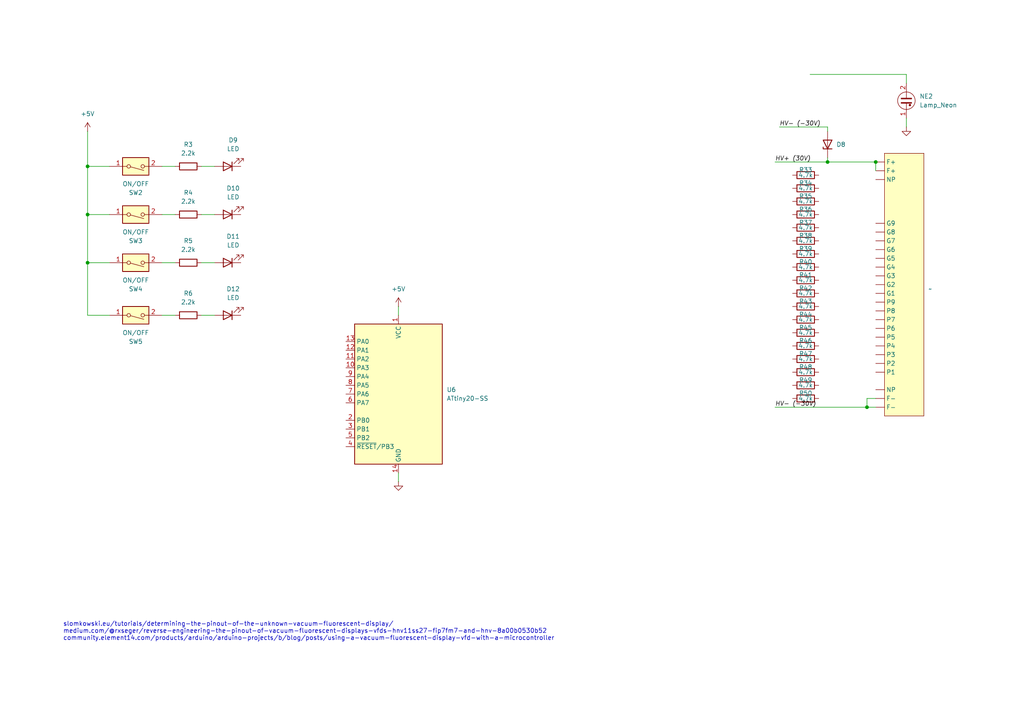
<source format=kicad_sch>
(kicad_sch
	(version 20231120)
	(generator "eeschema")
	(generator_version "8.0")
	(uuid "a991f639-fc08-400d-8f68-94a1c9590eb4")
	(paper "A4")
	(lib_symbols
		(symbol "Device:D_Zener"
			(pin_numbers hide)
			(pin_names
				(offset 1.016) hide)
			(exclude_from_sim no)
			(in_bom yes)
			(on_board yes)
			(property "Reference" "D"
				(at 0 2.54 0)
				(effects
					(font
						(size 1.27 1.27)
					)
				)
			)
			(property "Value" "D_Zener"
				(at 0 -2.54 0)
				(effects
					(font
						(size 1.27 1.27)
					)
				)
			)
			(property "Footprint" ""
				(at 0 0 0)
				(effects
					(font
						(size 1.27 1.27)
					)
					(hide yes)
				)
			)
			(property "Datasheet" "~"
				(at 0 0 0)
				(effects
					(font
						(size 1.27 1.27)
					)
					(hide yes)
				)
			)
			(property "Description" "Zener diode"
				(at 0 0 0)
				(effects
					(font
						(size 1.27 1.27)
					)
					(hide yes)
				)
			)
			(property "ki_keywords" "diode"
				(at 0 0 0)
				(effects
					(font
						(size 1.27 1.27)
					)
					(hide yes)
				)
			)
			(property "ki_fp_filters" "TO-???* *_Diode_* *SingleDiode* D_*"
				(at 0 0 0)
				(effects
					(font
						(size 1.27 1.27)
					)
					(hide yes)
				)
			)
			(symbol "D_Zener_0_1"
				(polyline
					(pts
						(xy 1.27 0) (xy -1.27 0)
					)
					(stroke
						(width 0)
						(type default)
					)
					(fill
						(type none)
					)
				)
				(polyline
					(pts
						(xy -1.27 -1.27) (xy -1.27 1.27) (xy -0.762 1.27)
					)
					(stroke
						(width 0.254)
						(type default)
					)
					(fill
						(type none)
					)
				)
				(polyline
					(pts
						(xy 1.27 -1.27) (xy 1.27 1.27) (xy -1.27 0) (xy 1.27 -1.27)
					)
					(stroke
						(width 0.254)
						(type default)
					)
					(fill
						(type none)
					)
				)
			)
			(symbol "D_Zener_1_1"
				(pin passive line
					(at -3.81 0 0)
					(length 2.54)
					(name "K"
						(effects
							(font
								(size 1.27 1.27)
							)
						)
					)
					(number "1"
						(effects
							(font
								(size 1.27 1.27)
							)
						)
					)
				)
				(pin passive line
					(at 3.81 0 180)
					(length 2.54)
					(name "A"
						(effects
							(font
								(size 1.27 1.27)
							)
						)
					)
					(number "2"
						(effects
							(font
								(size 1.27 1.27)
							)
						)
					)
				)
			)
		)
		(symbol "Device:LED"
			(pin_numbers hide)
			(pin_names
				(offset 1.016) hide)
			(exclude_from_sim no)
			(in_bom yes)
			(on_board yes)
			(property "Reference" "D"
				(at 0 2.54 0)
				(effects
					(font
						(size 1.27 1.27)
					)
				)
			)
			(property "Value" "LED"
				(at 0 -2.54 0)
				(effects
					(font
						(size 1.27 1.27)
					)
				)
			)
			(property "Footprint" ""
				(at 0 0 0)
				(effects
					(font
						(size 1.27 1.27)
					)
					(hide yes)
				)
			)
			(property "Datasheet" "~"
				(at 0 0 0)
				(effects
					(font
						(size 1.27 1.27)
					)
					(hide yes)
				)
			)
			(property "Description" "Light emitting diode"
				(at 0 0 0)
				(effects
					(font
						(size 1.27 1.27)
					)
					(hide yes)
				)
			)
			(property "ki_keywords" "LED diode"
				(at 0 0 0)
				(effects
					(font
						(size 1.27 1.27)
					)
					(hide yes)
				)
			)
			(property "ki_fp_filters" "LED* LED_SMD:* LED_THT:*"
				(at 0 0 0)
				(effects
					(font
						(size 1.27 1.27)
					)
					(hide yes)
				)
			)
			(symbol "LED_0_1"
				(polyline
					(pts
						(xy -1.27 -1.27) (xy -1.27 1.27)
					)
					(stroke
						(width 0.254)
						(type default)
					)
					(fill
						(type none)
					)
				)
				(polyline
					(pts
						(xy -1.27 0) (xy 1.27 0)
					)
					(stroke
						(width 0)
						(type default)
					)
					(fill
						(type none)
					)
				)
				(polyline
					(pts
						(xy 1.27 -1.27) (xy 1.27 1.27) (xy -1.27 0) (xy 1.27 -1.27)
					)
					(stroke
						(width 0.254)
						(type default)
					)
					(fill
						(type none)
					)
				)
				(polyline
					(pts
						(xy -3.048 -0.762) (xy -4.572 -2.286) (xy -3.81 -2.286) (xy -4.572 -2.286) (xy -4.572 -1.524)
					)
					(stroke
						(width 0)
						(type default)
					)
					(fill
						(type none)
					)
				)
				(polyline
					(pts
						(xy -1.778 -0.762) (xy -3.302 -2.286) (xy -2.54 -2.286) (xy -3.302 -2.286) (xy -3.302 -1.524)
					)
					(stroke
						(width 0)
						(type default)
					)
					(fill
						(type none)
					)
				)
			)
			(symbol "LED_1_1"
				(pin passive line
					(at -3.81 0 0)
					(length 2.54)
					(name "K"
						(effects
							(font
								(size 1.27 1.27)
							)
						)
					)
					(number "1"
						(effects
							(font
								(size 1.27 1.27)
							)
						)
					)
				)
				(pin passive line
					(at 3.81 0 180)
					(length 2.54)
					(name "A"
						(effects
							(font
								(size 1.27 1.27)
							)
						)
					)
					(number "2"
						(effects
							(font
								(size 1.27 1.27)
							)
						)
					)
				)
			)
		)
		(symbol "Device:Lamp_Neon"
			(pin_names
				(offset 0.0254) hide)
			(exclude_from_sim no)
			(in_bom yes)
			(on_board yes)
			(property "Reference" "NE"
				(at 0.635 3.81 0)
				(effects
					(font
						(size 1.27 1.27)
					)
					(justify left)
				)
			)
			(property "Value" "Lamp_Neon"
				(at 0.635 -3.81 0)
				(effects
					(font
						(size 1.27 1.27)
					)
					(justify left)
				)
			)
			(property "Footprint" ""
				(at 0 2.54 90)
				(effects
					(font
						(size 1.27 1.27)
					)
					(hide yes)
				)
			)
			(property "Datasheet" "~"
				(at 0 2.54 90)
				(effects
					(font
						(size 1.27 1.27)
					)
					(hide yes)
				)
			)
			(property "Description" "Neon lamp"
				(at 0 0 0)
				(effects
					(font
						(size 1.27 1.27)
					)
					(hide yes)
				)
			)
			(property "ki_keywords" "neon lamp"
				(at 0 0 0)
				(effects
					(font
						(size 1.27 1.27)
					)
					(hide yes)
				)
			)
			(symbol "Lamp_Neon_0_1"
				(rectangle
					(start -1.524 -0.508)
					(end 1.524 -0.762)
					(stroke
						(width 0)
						(type default)
					)
					(fill
						(type outline)
					)
				)
				(rectangle
					(start -1.524 0.762)
					(end 1.524 0.508)
					(stroke
						(width 0)
						(type default)
					)
					(fill
						(type outline)
					)
				)
				(polyline
					(pts
						(xy 0 -2.54) (xy 0 -0.762)
					)
					(stroke
						(width 0)
						(type default)
					)
					(fill
						(type none)
					)
				)
				(polyline
					(pts
						(xy 0 0.762) (xy 0 2.54)
					)
					(stroke
						(width 0)
						(type default)
					)
					(fill
						(type none)
					)
				)
				(circle
					(center 0 0)
					(radius 2.54)
					(stroke
						(width 0)
						(type default)
					)
					(fill
						(type none)
					)
				)
				(circle
					(center 1.016 -1.27)
					(radius 0.254)
					(stroke
						(width 0)
						(type default)
					)
					(fill
						(type outline)
					)
				)
			)
			(symbol "Lamp_Neon_1_1"
				(pin passive line
					(at 0 -5.08 90)
					(length 2.54)
					(name "~"
						(effects
							(font
								(size 1.27 1.27)
							)
						)
					)
					(number "1"
						(effects
							(font
								(size 1.27 1.27)
							)
						)
					)
				)
				(pin passive line
					(at 0 5.08 270)
					(length 2.54)
					(name "~"
						(effects
							(font
								(size 1.27 1.27)
							)
						)
					)
					(number "2"
						(effects
							(font
								(size 1.27 1.27)
							)
						)
					)
				)
			)
		)
		(symbol "Device:R"
			(pin_numbers hide)
			(pin_names
				(offset 0)
			)
			(exclude_from_sim no)
			(in_bom yes)
			(on_board yes)
			(property "Reference" "R"
				(at 2.032 0 90)
				(effects
					(font
						(size 1.27 1.27)
					)
				)
			)
			(property "Value" "R"
				(at 0 0 90)
				(effects
					(font
						(size 1.27 1.27)
					)
				)
			)
			(property "Footprint" ""
				(at -1.778 0 90)
				(effects
					(font
						(size 1.27 1.27)
					)
					(hide yes)
				)
			)
			(property "Datasheet" "~"
				(at 0 0 0)
				(effects
					(font
						(size 1.27 1.27)
					)
					(hide yes)
				)
			)
			(property "Description" "Resistor"
				(at 0 0 0)
				(effects
					(font
						(size 1.27 1.27)
					)
					(hide yes)
				)
			)
			(property "ki_keywords" "R res resistor"
				(at 0 0 0)
				(effects
					(font
						(size 1.27 1.27)
					)
					(hide yes)
				)
			)
			(property "ki_fp_filters" "R_*"
				(at 0 0 0)
				(effects
					(font
						(size 1.27 1.27)
					)
					(hide yes)
				)
			)
			(symbol "R_0_1"
				(rectangle
					(start -1.016 -2.54)
					(end 1.016 2.54)
					(stroke
						(width 0.254)
						(type default)
					)
					(fill
						(type none)
					)
				)
			)
			(symbol "R_1_1"
				(pin passive line
					(at 0 3.81 270)
					(length 1.27)
					(name "~"
						(effects
							(font
								(size 1.27 1.27)
							)
						)
					)
					(number "1"
						(effects
							(font
								(size 1.27 1.27)
							)
						)
					)
				)
				(pin passive line
					(at 0 -3.81 90)
					(length 1.27)
					(name "~"
						(effects
							(font
								(size 1.27 1.27)
							)
						)
					)
					(number "2"
						(effects
							(font
								(size 1.27 1.27)
							)
						)
					)
				)
			)
		)
		(symbol "MCU_Microchip_ATtiny:ATtiny20-SS"
			(exclude_from_sim no)
			(in_bom yes)
			(on_board yes)
			(property "Reference" "U"
				(at -12.7 21.59 0)
				(effects
					(font
						(size 1.27 1.27)
					)
					(justify left bottom)
				)
			)
			(property "Value" "ATtiny20-SS"
				(at 2.54 -21.59 0)
				(effects
					(font
						(size 1.27 1.27)
					)
					(justify left top)
				)
			)
			(property "Footprint" "Package_SO:SOIC-14_3.9x8.7mm_P1.27mm"
				(at 0 0 0)
				(effects
					(font
						(size 1.27 1.27)
						(italic yes)
					)
					(hide yes)
				)
			)
			(property "Datasheet" "http://ww1.microchip.com/downloads/en/DeviceDoc/atmel-8235-8-bit-avr-microcontroller-attiny20_datasheet.pdf"
				(at 0 0 0)
				(effects
					(font
						(size 1.27 1.27)
					)
					(hide yes)
				)
			)
			(property "Description" "12MHz, 2kB Flash, 128B SRAM, No EEPROM, SOIC-14"
				(at 0 0 0)
				(effects
					(font
						(size 1.27 1.27)
					)
					(hide yes)
				)
			)
			(property "ki_keywords" "AVR 8bit Microcontroller tinyAVR"
				(at 0 0 0)
				(effects
					(font
						(size 1.27 1.27)
					)
					(hide yes)
				)
			)
			(property "ki_fp_filters" "SOIC*3.9x8.7mm*P1.27mm*"
				(at 0 0 0)
				(effects
					(font
						(size 1.27 1.27)
					)
					(hide yes)
				)
			)
			(symbol "ATtiny20-SS_0_1"
				(rectangle
					(start -12.7 -20.32)
					(end 12.7 20.32)
					(stroke
						(width 0.254)
						(type default)
					)
					(fill
						(type background)
					)
				)
			)
			(symbol "ATtiny20-SS_1_1"
				(pin power_in line
					(at 0 22.86 270)
					(length 2.54)
					(name "VCC"
						(effects
							(font
								(size 1.27 1.27)
							)
						)
					)
					(number "1"
						(effects
							(font
								(size 1.27 1.27)
							)
						)
					)
				)
				(pin bidirectional line
					(at 15.24 7.62 180)
					(length 2.54)
					(name "PA3"
						(effects
							(font
								(size 1.27 1.27)
							)
						)
					)
					(number "10"
						(effects
							(font
								(size 1.27 1.27)
							)
						)
					)
				)
				(pin bidirectional line
					(at 15.24 10.16 180)
					(length 2.54)
					(name "PA2"
						(effects
							(font
								(size 1.27 1.27)
							)
						)
					)
					(number "11"
						(effects
							(font
								(size 1.27 1.27)
							)
						)
					)
				)
				(pin bidirectional line
					(at 15.24 12.7 180)
					(length 2.54)
					(name "PA1"
						(effects
							(font
								(size 1.27 1.27)
							)
						)
					)
					(number "12"
						(effects
							(font
								(size 1.27 1.27)
							)
						)
					)
				)
				(pin bidirectional line
					(at 15.24 15.24 180)
					(length 2.54)
					(name "PA0"
						(effects
							(font
								(size 1.27 1.27)
							)
						)
					)
					(number "13"
						(effects
							(font
								(size 1.27 1.27)
							)
						)
					)
				)
				(pin power_in line
					(at 0 -22.86 90)
					(length 2.54)
					(name "GND"
						(effects
							(font
								(size 1.27 1.27)
							)
						)
					)
					(number "14"
						(effects
							(font
								(size 1.27 1.27)
							)
						)
					)
				)
				(pin bidirectional line
					(at 15.24 -7.62 180)
					(length 2.54)
					(name "PB0"
						(effects
							(font
								(size 1.27 1.27)
							)
						)
					)
					(number "2"
						(effects
							(font
								(size 1.27 1.27)
							)
						)
					)
				)
				(pin bidirectional line
					(at 15.24 -10.16 180)
					(length 2.54)
					(name "PB1"
						(effects
							(font
								(size 1.27 1.27)
							)
						)
					)
					(number "3"
						(effects
							(font
								(size 1.27 1.27)
							)
						)
					)
				)
				(pin bidirectional line
					(at 15.24 -15.24 180)
					(length 2.54)
					(name "~{RESET}/PB3"
						(effects
							(font
								(size 1.27 1.27)
							)
						)
					)
					(number "4"
						(effects
							(font
								(size 1.27 1.27)
							)
						)
					)
				)
				(pin bidirectional line
					(at 15.24 -12.7 180)
					(length 2.54)
					(name "PB2"
						(effects
							(font
								(size 1.27 1.27)
							)
						)
					)
					(number "5"
						(effects
							(font
								(size 1.27 1.27)
							)
						)
					)
				)
				(pin bidirectional line
					(at 15.24 -2.54 180)
					(length 2.54)
					(name "PA7"
						(effects
							(font
								(size 1.27 1.27)
							)
						)
					)
					(number "6"
						(effects
							(font
								(size 1.27 1.27)
							)
						)
					)
				)
				(pin bidirectional line
					(at 15.24 0 180)
					(length 2.54)
					(name "PA6"
						(effects
							(font
								(size 1.27 1.27)
							)
						)
					)
					(number "7"
						(effects
							(font
								(size 1.27 1.27)
							)
						)
					)
				)
				(pin bidirectional line
					(at 15.24 2.54 180)
					(length 2.54)
					(name "PA5"
						(effects
							(font
								(size 1.27 1.27)
							)
						)
					)
					(number "8"
						(effects
							(font
								(size 1.27 1.27)
							)
						)
					)
				)
				(pin bidirectional line
					(at 15.24 5.08 180)
					(length 2.54)
					(name "PA4"
						(effects
							(font
								(size 1.27 1.27)
							)
						)
					)
					(number "9"
						(effects
							(font
								(size 1.27 1.27)
							)
						)
					)
				)
			)
		)
		(symbol "Switch:SW_DIP_x01"
			(pin_names
				(offset 0) hide)
			(exclude_from_sim no)
			(in_bom yes)
			(on_board yes)
			(property "Reference" "SW"
				(at 0 3.81 0)
				(effects
					(font
						(size 1.27 1.27)
					)
				)
			)
			(property "Value" "SW_DIP_x01"
				(at 0 -3.81 0)
				(effects
					(font
						(size 1.27 1.27)
					)
				)
			)
			(property "Footprint" ""
				(at 0 0 0)
				(effects
					(font
						(size 1.27 1.27)
					)
					(hide yes)
				)
			)
			(property "Datasheet" "~"
				(at 0 0 0)
				(effects
					(font
						(size 1.27 1.27)
					)
					(hide yes)
				)
			)
			(property "Description" "1x DIP Switch, Single Pole Single Throw (SPST) switch, small symbol"
				(at 0 0 0)
				(effects
					(font
						(size 1.27 1.27)
					)
					(hide yes)
				)
			)
			(property "ki_keywords" "dip switch"
				(at 0 0 0)
				(effects
					(font
						(size 1.27 1.27)
					)
					(hide yes)
				)
			)
			(property "ki_fp_filters" "SW?DIP?x1*"
				(at 0 0 0)
				(effects
					(font
						(size 1.27 1.27)
					)
					(hide yes)
				)
			)
			(symbol "SW_DIP_x01_0_0"
				(circle
					(center -2.032 0)
					(radius 0.508)
					(stroke
						(width 0)
						(type default)
					)
					(fill
						(type none)
					)
				)
				(polyline
					(pts
						(xy -1.524 0.127) (xy 2.3622 1.1684)
					)
					(stroke
						(width 0)
						(type default)
					)
					(fill
						(type none)
					)
				)
				(circle
					(center 2.032 0)
					(radius 0.508)
					(stroke
						(width 0)
						(type default)
					)
					(fill
						(type none)
					)
				)
			)
			(symbol "SW_DIP_x01_0_1"
				(rectangle
					(start -3.81 2.54)
					(end 3.81 -2.54)
					(stroke
						(width 0.254)
						(type default)
					)
					(fill
						(type background)
					)
				)
			)
			(symbol "SW_DIP_x01_1_1"
				(pin passive line
					(at -7.62 0 0)
					(length 5.08)
					(name "~"
						(effects
							(font
								(size 1.27 1.27)
							)
						)
					)
					(number "1"
						(effects
							(font
								(size 1.27 1.27)
							)
						)
					)
				)
				(pin passive line
					(at 7.62 0 180)
					(length 5.08)
					(name "~"
						(effects
							(font
								(size 1.27 1.27)
							)
						)
					)
					(number "2"
						(effects
							(font
								(size 1.27 1.27)
							)
						)
					)
				)
			)
		)
		(symbol "VFD_RF:VFD_12"
			(exclude_from_sim no)
			(in_bom yes)
			(on_board yes)
			(property "Reference" "VFD"
				(at 0 2.54 0)
				(effects
					(font
						(size 1.27 1.27)
					)
				)
			)
			(property "Value" ""
				(at 0 0 0)
				(effects
					(font
						(size 1.27 1.27)
					)
				)
			)
			(property "Footprint" ""
				(at 0 0 0)
				(effects
					(font
						(size 1.27 1.27)
					)
					(hide yes)
				)
			)
			(property "Datasheet" ""
				(at 0 0 0)
				(effects
					(font
						(size 1.27 1.27)
					)
					(hide yes)
				)
			)
			(property "Description" ""
				(at 0 0 0)
				(effects
					(font
						(size 1.27 1.27)
					)
					(hide yes)
				)
			)
			(symbol "VFD_12_1_1"
				(rectangle
					(start -38.1 5.08)
					(end 38.1 -6.35)
					(stroke
						(width 0)
						(type default)
					)
					(fill
						(type background)
					)
				)
				(pin passive line
					(at -35.56 -8.89 90)
					(length 2.54)
					(name "F+"
						(effects
							(font
								(size 1.27 1.27)
							)
						)
					)
					(number ""
						(effects
							(font
								(size 1.27 1.27)
							)
						)
					)
				)
				(pin passive line
					(at -33.02 -8.89 90)
					(length 2.54)
					(name "F+"
						(effects
							(font
								(size 1.27 1.27)
							)
						)
					)
					(number ""
						(effects
							(font
								(size 1.27 1.27)
							)
						)
					)
				)
				(pin passive line
					(at 33.02 -8.89 90)
					(length 2.54)
					(name "F-"
						(effects
							(font
								(size 1.27 1.27)
							)
						)
					)
					(number ""
						(effects
							(font
								(size 1.27 1.27)
							)
						)
					)
				)
				(pin passive line
					(at 35.56 -8.89 90)
					(length 2.54)
					(name "F-"
						(effects
							(font
								(size 1.27 1.27)
							)
						)
					)
					(number ""
						(effects
							(font
								(size 1.27 1.27)
							)
						)
					)
				)
				(pin passive line
					(at 2.54 -8.89 90)
					(length 2.54)
					(name "G1"
						(effects
							(font
								(size 1.27 1.27)
							)
						)
					)
					(number ""
						(effects
							(font
								(size 1.27 1.27)
							)
						)
					)
				)
				(pin passive line
					(at 0 -8.89 90)
					(length 2.54)
					(name "G2"
						(effects
							(font
								(size 1.27 1.27)
							)
						)
					)
					(number ""
						(effects
							(font
								(size 1.27 1.27)
							)
						)
					)
				)
				(pin passive line
					(at -2.54 -8.89 90)
					(length 2.54)
					(name "G3"
						(effects
							(font
								(size 1.27 1.27)
							)
						)
					)
					(number ""
						(effects
							(font
								(size 1.27 1.27)
							)
						)
					)
				)
				(pin passive line
					(at -5.08 -8.89 90)
					(length 2.54)
					(name "G4"
						(effects
							(font
								(size 1.27 1.27)
							)
						)
					)
					(number ""
						(effects
							(font
								(size 1.27 1.27)
							)
						)
					)
				)
				(pin passive line
					(at -7.62 -8.89 90)
					(length 2.54)
					(name "G5"
						(effects
							(font
								(size 1.27 1.27)
							)
						)
					)
					(number ""
						(effects
							(font
								(size 1.27 1.27)
							)
						)
					)
				)
				(pin passive line
					(at -10.16 -8.89 90)
					(length 2.54)
					(name "G6"
						(effects
							(font
								(size 1.27 1.27)
							)
						)
					)
					(number ""
						(effects
							(font
								(size 1.27 1.27)
							)
						)
					)
				)
				(pin passive line
					(at -12.7 -8.89 90)
					(length 2.54)
					(name "G7"
						(effects
							(font
								(size 1.27 1.27)
							)
						)
					)
					(number ""
						(effects
							(font
								(size 1.27 1.27)
							)
						)
					)
				)
				(pin passive line
					(at -15.24 -8.89 90)
					(length 2.54)
					(name "G8"
						(effects
							(font
								(size 1.27 1.27)
							)
						)
					)
					(number ""
						(effects
							(font
								(size 1.27 1.27)
							)
						)
					)
				)
				(pin passive line
					(at -17.78 -8.89 90)
					(length 2.54)
					(name "G9"
						(effects
							(font
								(size 1.27 1.27)
							)
						)
					)
					(number ""
						(effects
							(font
								(size 1.27 1.27)
							)
						)
					)
				)
				(pin passive line
					(at -30.48 -8.89 90)
					(length 2.54)
					(name "NP"
						(effects
							(font
								(size 1.27 1.27)
							)
						)
					)
					(number ""
						(effects
							(font
								(size 1.27 1.27)
							)
						)
					)
				)
				(pin passive line
					(at 30.48 -8.89 90)
					(length 2.54)
					(name "NP"
						(effects
							(font
								(size 1.27 1.27)
							)
						)
					)
					(number ""
						(effects
							(font
								(size 1.27 1.27)
							)
						)
					)
				)
				(pin passive line
					(at 25.4 -8.89 90)
					(length 2.54)
					(name "P1"
						(effects
							(font
								(size 1.27 1.27)
							)
						)
					)
					(number ""
						(effects
							(font
								(size 1.27 1.27)
							)
						)
					)
				)
				(pin passive line
					(at 22.86 -8.89 90)
					(length 2.54)
					(name "P2"
						(effects
							(font
								(size 1.27 1.27)
							)
						)
					)
					(number ""
						(effects
							(font
								(size 1.27 1.27)
							)
						)
					)
				)
				(pin passive line
					(at 20.32 -8.89 90)
					(length 2.54)
					(name "P3"
						(effects
							(font
								(size 1.27 1.27)
							)
						)
					)
					(number ""
						(effects
							(font
								(size 1.27 1.27)
							)
						)
					)
				)
				(pin passive line
					(at 17.78 -8.89 90)
					(length 2.54)
					(name "P4"
						(effects
							(font
								(size 1.27 1.27)
							)
						)
					)
					(number ""
						(effects
							(font
								(size 1.27 1.27)
							)
						)
					)
				)
				(pin passive line
					(at 15.24 -8.89 90)
					(length 2.54)
					(name "P5"
						(effects
							(font
								(size 1.27 1.27)
							)
						)
					)
					(number ""
						(effects
							(font
								(size 1.27 1.27)
							)
						)
					)
				)
				(pin passive line
					(at 12.7 -8.89 90)
					(length 2.54)
					(name "P6"
						(effects
							(font
								(size 1.27 1.27)
							)
						)
					)
					(number ""
						(effects
							(font
								(size 1.27 1.27)
							)
						)
					)
				)
				(pin passive line
					(at 10.16 -8.89 90)
					(length 2.54)
					(name "P7"
						(effects
							(font
								(size 1.27 1.27)
							)
						)
					)
					(number ""
						(effects
							(font
								(size 1.27 1.27)
							)
						)
					)
				)
				(pin passive line
					(at 7.62 -8.89 90)
					(length 2.54)
					(name "P8"
						(effects
							(font
								(size 1.27 1.27)
							)
						)
					)
					(number ""
						(effects
							(font
								(size 1.27 1.27)
							)
						)
					)
				)
				(pin passive line
					(at 5.08 -8.89 90)
					(length 2.54)
					(name "P9"
						(effects
							(font
								(size 1.27 1.27)
							)
						)
					)
					(number ""
						(effects
							(font
								(size 1.27 1.27)
							)
						)
					)
				)
			)
		)
		(symbol "power:+5V"
			(power)
			(pin_numbers hide)
			(pin_names
				(offset 0) hide)
			(exclude_from_sim no)
			(in_bom yes)
			(on_board yes)
			(property "Reference" "#PWR"
				(at 0 -3.81 0)
				(effects
					(font
						(size 1.27 1.27)
					)
					(hide yes)
				)
			)
			(property "Value" "+5V"
				(at 0 3.556 0)
				(effects
					(font
						(size 1.27 1.27)
					)
				)
			)
			(property "Footprint" ""
				(at 0 0 0)
				(effects
					(font
						(size 1.27 1.27)
					)
					(hide yes)
				)
			)
			(property "Datasheet" ""
				(at 0 0 0)
				(effects
					(font
						(size 1.27 1.27)
					)
					(hide yes)
				)
			)
			(property "Description" "Power symbol creates a global label with name \"+5V\""
				(at 0 0 0)
				(effects
					(font
						(size 1.27 1.27)
					)
					(hide yes)
				)
			)
			(property "ki_keywords" "global power"
				(at 0 0 0)
				(effects
					(font
						(size 1.27 1.27)
					)
					(hide yes)
				)
			)
			(symbol "+5V_0_1"
				(polyline
					(pts
						(xy -0.762 1.27) (xy 0 2.54)
					)
					(stroke
						(width 0)
						(type default)
					)
					(fill
						(type none)
					)
				)
				(polyline
					(pts
						(xy 0 0) (xy 0 2.54)
					)
					(stroke
						(width 0)
						(type default)
					)
					(fill
						(type none)
					)
				)
				(polyline
					(pts
						(xy 0 2.54) (xy 0.762 1.27)
					)
					(stroke
						(width 0)
						(type default)
					)
					(fill
						(type none)
					)
				)
			)
			(symbol "+5V_1_1"
				(pin power_in line
					(at 0 0 90)
					(length 0)
					(name "~"
						(effects
							(font
								(size 1.27 1.27)
							)
						)
					)
					(number "1"
						(effects
							(font
								(size 1.27 1.27)
							)
						)
					)
				)
			)
		)
		(symbol "power:GND"
			(power)
			(pin_numbers hide)
			(pin_names
				(offset 0) hide)
			(exclude_from_sim no)
			(in_bom yes)
			(on_board yes)
			(property "Reference" "#PWR"
				(at 0 -6.35 0)
				(effects
					(font
						(size 1.27 1.27)
					)
					(hide yes)
				)
			)
			(property "Value" "GND"
				(at 0 -3.81 0)
				(effects
					(font
						(size 1.27 1.27)
					)
				)
			)
			(property "Footprint" ""
				(at 0 0 0)
				(effects
					(font
						(size 1.27 1.27)
					)
					(hide yes)
				)
			)
			(property "Datasheet" ""
				(at 0 0 0)
				(effects
					(font
						(size 1.27 1.27)
					)
					(hide yes)
				)
			)
			(property "Description" "Power symbol creates a global label with name \"GND\" , ground"
				(at 0 0 0)
				(effects
					(font
						(size 1.27 1.27)
					)
					(hide yes)
				)
			)
			(property "ki_keywords" "global power"
				(at 0 0 0)
				(effects
					(font
						(size 1.27 1.27)
					)
					(hide yes)
				)
			)
			(symbol "GND_0_1"
				(polyline
					(pts
						(xy 0 0) (xy 0 -1.27) (xy 1.27 -1.27) (xy 0 -2.54) (xy -1.27 -1.27) (xy 0 -1.27)
					)
					(stroke
						(width 0)
						(type default)
					)
					(fill
						(type none)
					)
				)
			)
			(symbol "GND_1_1"
				(pin power_in line
					(at 0 0 270)
					(length 0)
					(name "~"
						(effects
							(font
								(size 1.27 1.27)
							)
						)
					)
					(number "1"
						(effects
							(font
								(size 1.27 1.27)
							)
						)
					)
				)
			)
		)
	)
	(junction
		(at 25.4 62.23)
		(diameter 0)
		(color 0 0 0 0)
		(uuid "0b249b16-7459-4d2c-b395-6c5faad89652")
	)
	(junction
		(at 240.03 46.99)
		(diameter 0)
		(color 0 0 0 0)
		(uuid "17e4baa2-55d5-49e5-9110-2730500e13f0")
	)
	(junction
		(at 254 46.99)
		(diameter 0)
		(color 0 0 0 0)
		(uuid "43586120-619a-4031-bb6c-1e5613c9805a")
	)
	(junction
		(at 25.4 76.2)
		(diameter 0)
		(color 0 0 0 0)
		(uuid "7ea0aa9b-bb9b-4b46-ac90-265651c3cc6c")
	)
	(junction
		(at 251.46 118.11)
		(diameter 0)
		(color 0 0 0 0)
		(uuid "cb6fa898-5ee7-4d2a-b181-7af18a62f395")
	)
	(junction
		(at 25.4 48.26)
		(diameter 0)
		(color 0 0 0 0)
		(uuid "f72f6664-13e1-4877-b1dd-00b258d34e1d")
	)
	(wire
		(pts
			(xy 224.79 118.11) (xy 251.46 118.11)
		)
		(stroke
			(width 0)
			(type default)
		)
		(uuid "02afca81-e1aa-4f9a-8da1-d38df1d83c20")
	)
	(wire
		(pts
			(xy 25.4 91.44) (xy 31.75 91.44)
		)
		(stroke
			(width 0)
			(type default)
		)
		(uuid "059e15d3-0506-4532-b852-abf9148414a1")
	)
	(wire
		(pts
			(xy 25.4 76.2) (xy 31.75 76.2)
		)
		(stroke
			(width 0)
			(type default)
		)
		(uuid "0b48bfc7-367a-4a5c-bcca-55da6909652b")
	)
	(wire
		(pts
			(xy 46.99 91.44) (xy 50.8 91.44)
		)
		(stroke
			(width 0)
			(type default)
		)
		(uuid "0c46bcb7-c13c-434a-860e-42619f271557")
	)
	(wire
		(pts
			(xy 262.89 21.59) (xy 234.95 21.59)
		)
		(stroke
			(width 0)
			(type default)
		)
		(uuid "19339c2b-6ee9-4488-a62a-4c18c107f2cd")
	)
	(wire
		(pts
			(xy 46.99 62.23) (xy 50.8 62.23)
		)
		(stroke
			(width 0)
			(type default)
		)
		(uuid "1d5c8da2-75c2-49d1-9975-700f0a5f4c81")
	)
	(wire
		(pts
			(xy 251.46 115.57) (xy 251.46 118.11)
		)
		(stroke
			(width 0)
			(type default)
		)
		(uuid "1fb5c928-2f62-4b61-b0ab-455310809531")
	)
	(wire
		(pts
			(xy 25.4 62.23) (xy 31.75 62.23)
		)
		(stroke
			(width 0)
			(type default)
		)
		(uuid "2546a338-4c29-4b5f-8bb8-85e3865bae8a")
	)
	(wire
		(pts
			(xy 224.79 46.99) (xy 240.03 46.99)
		)
		(stroke
			(width 0)
			(type default)
		)
		(uuid "4c060d5e-66a3-4fa0-8874-f23dda8054df")
	)
	(wire
		(pts
			(xy 115.57 137.16) (xy 115.57 139.7)
		)
		(stroke
			(width 0)
			(type default)
		)
		(uuid "4d5d3082-54a0-4672-baab-a7e09a2c7d0b")
	)
	(wire
		(pts
			(xy 226.06 36.83) (xy 240.03 36.83)
		)
		(stroke
			(width 0)
			(type default)
		)
		(uuid "53ce6a9f-ff03-47eb-a712-54ef7b27fb53")
	)
	(wire
		(pts
			(xy 254 115.57) (xy 251.46 115.57)
		)
		(stroke
			(width 0)
			(type default)
		)
		(uuid "60276fb1-0366-4d63-9d4c-569a18dac1f3")
	)
	(wire
		(pts
			(xy 46.99 76.2) (xy 50.8 76.2)
		)
		(stroke
			(width 0)
			(type default)
		)
		(uuid "6c05dc74-d08e-4a22-8f8d-84a925567de4")
	)
	(wire
		(pts
			(xy 25.4 62.23) (xy 25.4 76.2)
		)
		(stroke
			(width 0)
			(type default)
		)
		(uuid "6ff0042b-3611-40be-a583-9532e7c12fcf")
	)
	(wire
		(pts
			(xy 251.46 118.11) (xy 254 118.11)
		)
		(stroke
			(width 0)
			(type default)
		)
		(uuid "88c893f0-97be-4494-a589-a73d945f3b99")
	)
	(wire
		(pts
			(xy 25.4 38.1) (xy 25.4 48.26)
		)
		(stroke
			(width 0)
			(type default)
		)
		(uuid "93496567-45d7-440f-bb03-6743bf396ae8")
	)
	(wire
		(pts
			(xy 262.89 24.13) (xy 262.89 21.59)
		)
		(stroke
			(width 0)
			(type default)
		)
		(uuid "93cb2dba-d6fd-4c25-b4c5-f02b7cc0c57c")
	)
	(wire
		(pts
			(xy 46.99 48.26) (xy 50.8 48.26)
		)
		(stroke
			(width 0)
			(type default)
		)
		(uuid "93f40618-8672-495c-94f1-a038baf68060")
	)
	(wire
		(pts
			(xy 58.42 91.44) (xy 62.23 91.44)
		)
		(stroke
			(width 0)
			(type default)
		)
		(uuid "9a51fbc0-92bf-4f0c-bf59-cb2d37dfefc0")
	)
	(wire
		(pts
			(xy 240.03 36.83) (xy 240.03 38.1)
		)
		(stroke
			(width 0)
			(type default)
		)
		(uuid "b02a2e53-3b18-4f5c-8616-b33c2d7f9ddb")
	)
	(wire
		(pts
			(xy 58.42 62.23) (xy 62.23 62.23)
		)
		(stroke
			(width 0)
			(type default)
		)
		(uuid "b7ac0818-0709-45d0-a3f9-c5129cdb1e1d")
	)
	(wire
		(pts
			(xy 25.4 76.2) (xy 25.4 91.44)
		)
		(stroke
			(width 0)
			(type default)
		)
		(uuid "bc97d3c8-3f5e-41f1-9a2c-00971be3fe30")
	)
	(wire
		(pts
			(xy 254 46.99) (xy 254 49.53)
		)
		(stroke
			(width 0)
			(type default)
		)
		(uuid "c70f8fe5-7d22-47dc-86c3-7d60ac7d1aaa")
	)
	(wire
		(pts
			(xy 25.4 48.26) (xy 25.4 62.23)
		)
		(stroke
			(width 0)
			(type default)
		)
		(uuid "ca1f6c33-fe6b-42d6-b876-e506797e0200")
	)
	(wire
		(pts
			(xy 262.89 34.29) (xy 262.89 36.83)
		)
		(stroke
			(width 0)
			(type default)
		)
		(uuid "cbbdacb3-9df7-4f90-a3ce-a9563137a270")
	)
	(wire
		(pts
			(xy 240.03 45.72) (xy 240.03 46.99)
		)
		(stroke
			(width 0)
			(type default)
		)
		(uuid "d4264a43-1883-44f0-b2c7-3eb58c809d6f")
	)
	(wire
		(pts
			(xy 25.4 48.26) (xy 31.75 48.26)
		)
		(stroke
			(width 0)
			(type default)
		)
		(uuid "df64428b-e739-4e68-ae8b-e9edcc7928ce")
	)
	(wire
		(pts
			(xy 240.03 46.99) (xy 254 46.99)
		)
		(stroke
			(width 0)
			(type default)
		)
		(uuid "dfd52586-1f3c-4f3b-b377-343712b6a4dd")
	)
	(wire
		(pts
			(xy 58.42 76.2) (xy 62.23 76.2)
		)
		(stroke
			(width 0)
			(type default)
		)
		(uuid "e4c8a97a-21f0-41cb-9aeb-c5ccac39ab39")
	)
	(wire
		(pts
			(xy 58.42 48.26) (xy 62.23 48.26)
		)
		(stroke
			(width 0)
			(type default)
		)
		(uuid "e4d0c50d-16c8-4509-89b9-c6be4869bc53")
	)
	(wire
		(pts
			(xy 115.57 88.9) (xy 115.57 91.44)
		)
		(stroke
			(width 0)
			(type default)
		)
		(uuid "f913da8a-cd72-4335-99e7-fa1cdf0857a5")
	)
	(text "slomkowski.eu/tutorials/determining-the-pinout-of-the-unknown-vacuum-fluorescent-display/\nmedium.com/@rxseger/reverse-engineering-the-pinout-of-vacuum-fluorescent-displays-vfds-hnv11ss27-fip7fm7-and-hnv-8a00b0530b52\ncommunity.element14.com/products/arduino/arduino-projects/b/blog/posts/using-a-vacuum-fluorescent-display-vfd-with-a-microcontroller"
		(exclude_from_sim no)
		(at 18.288 183.134 0)
		(effects
			(font
				(size 1.27 1.27)
			)
			(justify left)
		)
		(uuid "9a60375a-075e-4f1c-9e9f-955ff54cd3cf")
	)
	(label "HV- (-30V)"
		(at 224.79 118.11 0)
		(fields_autoplaced yes)
		(effects
			(font
				(size 1.27 1.27)
				(italic yes)
			)
			(justify left bottom)
		)
		(uuid "1a26dae2-2fc9-49c3-a8fe-4a7f868a9202")
	)
	(label "HV- (-30V)"
		(at 226.06 36.83 0)
		(fields_autoplaced yes)
		(effects
			(font
				(size 1.27 1.27)
				(italic yes)
			)
			(justify left bottom)
		)
		(uuid "1d36619c-0ff6-49da-aa6a-3bb8506f3bee")
	)
	(label "HV+ (30V)"
		(at 224.79 46.99 0)
		(fields_autoplaced yes)
		(effects
			(font
				(size 1.27 1.27)
				(italic yes)
			)
			(justify left bottom)
		)
		(uuid "719715e7-0b4e-4ded-8c92-dc71296a4198")
	)
	(symbol
		(lib_id "Device:R")
		(at 233.68 88.9 90)
		(unit 1)
		(exclude_from_sim no)
		(in_bom yes)
		(on_board yes)
		(dnp no)
		(uuid "02fb7c32-88f9-4f68-8d3a-44d2cbbaad08")
		(property "Reference" "R43"
			(at 233.68 87.376 90)
			(effects
				(font
					(size 1.27 1.27)
				)
			)
		)
		(property "Value" "4.7k"
			(at 233.68 88.9 90)
			(effects
				(font
					(size 1.27 1.27)
				)
			)
		)
		(property "Footprint" ""
			(at 233.68 90.678 90)
			(effects
				(font
					(size 1.27 1.27)
				)
				(hide yes)
			)
		)
		(property "Datasheet" "~"
			(at 233.68 88.9 0)
			(effects
				(font
					(size 1.27 1.27)
				)
				(hide yes)
			)
		)
		(property "Description" "Resistor"
			(at 233.68 88.9 0)
			(effects
				(font
					(size 1.27 1.27)
				)
				(hide yes)
			)
		)
		(pin "2"
			(uuid "e98fe9a4-f25b-4837-bdbc-9b20a9254b6f")
		)
		(pin "1"
			(uuid "464a2872-312c-46c2-ab6d-e7d62a25a03d")
		)
		(instances
			(project "RX_System"
				(path "/6c05e59d-a348-40ae-83b7-647c86376ed7/3794e817-d256-45af-9f5b-c80bc21cf10f"
					(reference "R43")
					(unit 1)
				)
			)
		)
	)
	(symbol
		(lib_id "Device:R")
		(at 233.68 104.14 90)
		(unit 1)
		(exclude_from_sim no)
		(in_bom yes)
		(on_board yes)
		(dnp no)
		(uuid "080245df-b6e1-439a-867d-7c2de37ea71e")
		(property "Reference" "R47"
			(at 233.68 102.616 90)
			(effects
				(font
					(size 1.27 1.27)
				)
			)
		)
		(property "Value" "4.7k"
			(at 233.68 104.14 90)
			(effects
				(font
					(size 1.27 1.27)
				)
			)
		)
		(property "Footprint" ""
			(at 233.68 105.918 90)
			(effects
				(font
					(size 1.27 1.27)
				)
				(hide yes)
			)
		)
		(property "Datasheet" "~"
			(at 233.68 104.14 0)
			(effects
				(font
					(size 1.27 1.27)
				)
				(hide yes)
			)
		)
		(property "Description" "Resistor"
			(at 233.68 104.14 0)
			(effects
				(font
					(size 1.27 1.27)
				)
				(hide yes)
			)
		)
		(pin "2"
			(uuid "111de700-0c66-4fb0-8cfb-16636e908fdb")
		)
		(pin "1"
			(uuid "6bae7c5a-fd45-407e-b956-cde0c8e9c927")
		)
		(instances
			(project "RX_System"
				(path "/6c05e59d-a348-40ae-83b7-647c86376ed7/3794e817-d256-45af-9f5b-c80bc21cf10f"
					(reference "R47")
					(unit 1)
				)
			)
		)
	)
	(symbol
		(lib_id "Device:R")
		(at 233.68 81.28 90)
		(unit 1)
		(exclude_from_sim no)
		(in_bom yes)
		(on_board yes)
		(dnp no)
		(uuid "10f89d7b-1b77-41a2-8a12-1d131e802164")
		(property "Reference" "R41"
			(at 233.68 79.756 90)
			(effects
				(font
					(size 1.27 1.27)
				)
			)
		)
		(property "Value" "4.7k"
			(at 233.68 81.28 90)
			(effects
				(font
					(size 1.27 1.27)
				)
			)
		)
		(property "Footprint" ""
			(at 233.68 83.058 90)
			(effects
				(font
					(size 1.27 1.27)
				)
				(hide yes)
			)
		)
		(property "Datasheet" "~"
			(at 233.68 81.28 0)
			(effects
				(font
					(size 1.27 1.27)
				)
				(hide yes)
			)
		)
		(property "Description" "Resistor"
			(at 233.68 81.28 0)
			(effects
				(font
					(size 1.27 1.27)
				)
				(hide yes)
			)
		)
		(pin "2"
			(uuid "1c393dd6-4b19-44eb-9ec2-3703d170e374")
		)
		(pin "1"
			(uuid "21e3a1a6-6585-4b0c-b9c7-251263fc6eab")
		)
		(instances
			(project "RX_System"
				(path "/6c05e59d-a348-40ae-83b7-647c86376ed7/3794e817-d256-45af-9f5b-c80bc21cf10f"
					(reference "R41")
					(unit 1)
				)
			)
		)
	)
	(symbol
		(lib_id "Device:R")
		(at 233.68 62.23 90)
		(unit 1)
		(exclude_from_sim no)
		(in_bom yes)
		(on_board yes)
		(dnp no)
		(uuid "172ed552-0ef4-429b-9b28-11a3c7a6064a")
		(property "Reference" "R36"
			(at 233.68 60.706 90)
			(effects
				(font
					(size 1.27 1.27)
				)
			)
		)
		(property "Value" "4.7k"
			(at 233.68 62.23 90)
			(effects
				(font
					(size 1.27 1.27)
				)
			)
		)
		(property "Footprint" ""
			(at 233.68 64.008 90)
			(effects
				(font
					(size 1.27 1.27)
				)
				(hide yes)
			)
		)
		(property "Datasheet" "~"
			(at 233.68 62.23 0)
			(effects
				(font
					(size 1.27 1.27)
				)
				(hide yes)
			)
		)
		(property "Description" "Resistor"
			(at 233.68 62.23 0)
			(effects
				(font
					(size 1.27 1.27)
				)
				(hide yes)
			)
		)
		(pin "2"
			(uuid "1ad638ac-9deb-4689-aa69-07b19c420e95")
		)
		(pin "1"
			(uuid "dac8cbf7-f3ff-4ec4-9e9b-bdec1bd43418")
		)
		(instances
			(project "RX_System"
				(path "/6c05e59d-a348-40ae-83b7-647c86376ed7/3794e817-d256-45af-9f5b-c80bc21cf10f"
					(reference "R36")
					(unit 1)
				)
			)
		)
	)
	(symbol
		(lib_id "Device:R")
		(at 54.61 91.44 90)
		(unit 1)
		(exclude_from_sim no)
		(in_bom yes)
		(on_board yes)
		(dnp no)
		(fields_autoplaced yes)
		(uuid "187fc8be-f6c4-43e2-a899-7b73e29fe7e1")
		(property "Reference" "R6"
			(at 54.61 85.09 90)
			(effects
				(font
					(size 1.27 1.27)
				)
			)
		)
		(property "Value" "2.2k"
			(at 54.61 87.63 90)
			(effects
				(font
					(size 1.27 1.27)
				)
			)
		)
		(property "Footprint" ""
			(at 54.61 93.218 90)
			(effects
				(font
					(size 1.27 1.27)
				)
				(hide yes)
			)
		)
		(property "Datasheet" "~"
			(at 54.61 91.44 0)
			(effects
				(font
					(size 1.27 1.27)
				)
				(hide yes)
			)
		)
		(property "Description" "Resistor"
			(at 54.61 91.44 0)
			(effects
				(font
					(size 1.27 1.27)
				)
				(hide yes)
			)
		)
		(pin "1"
			(uuid "92f84247-3ea9-4278-8606-ea300ef7485d")
		)
		(pin "2"
			(uuid "089f6aa6-cb09-4830-8cb3-3451f277079c")
		)
		(instances
			(project "RX_System"
				(path "/6c05e59d-a348-40ae-83b7-647c86376ed7/3794e817-d256-45af-9f5b-c80bc21cf10f"
					(reference "R6")
					(unit 1)
				)
			)
		)
	)
	(symbol
		(lib_id "Device:R")
		(at 233.68 77.47 90)
		(unit 1)
		(exclude_from_sim no)
		(in_bom yes)
		(on_board yes)
		(dnp no)
		(uuid "23c5ba5a-30e4-4397-b122-e8642c940e03")
		(property "Reference" "R40"
			(at 233.68 75.946 90)
			(effects
				(font
					(size 1.27 1.27)
				)
			)
		)
		(property "Value" "4.7k"
			(at 233.68 77.47 90)
			(effects
				(font
					(size 1.27 1.27)
				)
			)
		)
		(property "Footprint" ""
			(at 233.68 79.248 90)
			(effects
				(font
					(size 1.27 1.27)
				)
				(hide yes)
			)
		)
		(property "Datasheet" "~"
			(at 233.68 77.47 0)
			(effects
				(font
					(size 1.27 1.27)
				)
				(hide yes)
			)
		)
		(property "Description" "Resistor"
			(at 233.68 77.47 0)
			(effects
				(font
					(size 1.27 1.27)
				)
				(hide yes)
			)
		)
		(pin "2"
			(uuid "8f5aeb2b-2d4e-47bf-bb89-e06dd1797fe0")
		)
		(pin "1"
			(uuid "07366bad-5f7c-4757-b03e-aad7ac3900c3")
		)
		(instances
			(project "RX_System"
				(path "/6c05e59d-a348-40ae-83b7-647c86376ed7/3794e817-d256-45af-9f5b-c80bc21cf10f"
					(reference "R40")
					(unit 1)
				)
			)
		)
	)
	(symbol
		(lib_id "Device:LED")
		(at 66.04 76.2 180)
		(unit 1)
		(exclude_from_sim no)
		(in_bom yes)
		(on_board yes)
		(dnp no)
		(fields_autoplaced yes)
		(uuid "2523942b-5eb2-4447-97fe-5e863391be8d")
		(property "Reference" "D11"
			(at 67.6275 68.58 0)
			(effects
				(font
					(size 1.27 1.27)
				)
			)
		)
		(property "Value" "LED"
			(at 67.6275 71.12 0)
			(effects
				(font
					(size 1.27 1.27)
				)
			)
		)
		(property "Footprint" ""
			(at 66.04 76.2 0)
			(effects
				(font
					(size 1.27 1.27)
				)
				(hide yes)
			)
		)
		(property "Datasheet" "~"
			(at 66.04 76.2 0)
			(effects
				(font
					(size 1.27 1.27)
				)
				(hide yes)
			)
		)
		(property "Description" "Light emitting diode"
			(at 66.04 76.2 0)
			(effects
				(font
					(size 1.27 1.27)
				)
				(hide yes)
			)
		)
		(pin "1"
			(uuid "894cb4b8-ce0c-489a-b917-b61d569de8d5")
		)
		(pin "2"
			(uuid "058a34c1-df8a-4e21-b64f-62a9c2984a7e")
		)
		(instances
			(project "RX_System"
				(path "/6c05e59d-a348-40ae-83b7-647c86376ed7/3794e817-d256-45af-9f5b-c80bc21cf10f"
					(reference "D11")
					(unit 1)
				)
			)
		)
	)
	(symbol
		(lib_id "Device:R")
		(at 233.68 69.85 90)
		(unit 1)
		(exclude_from_sim no)
		(in_bom yes)
		(on_board yes)
		(dnp no)
		(uuid "2969e8be-f04c-419f-b442-f3ed2593f619")
		(property "Reference" "R38"
			(at 233.68 68.326 90)
			(effects
				(font
					(size 1.27 1.27)
				)
			)
		)
		(property "Value" "4.7k"
			(at 233.68 69.85 90)
			(effects
				(font
					(size 1.27 1.27)
				)
			)
		)
		(property "Footprint" ""
			(at 233.68 71.628 90)
			(effects
				(font
					(size 1.27 1.27)
				)
				(hide yes)
			)
		)
		(property "Datasheet" "~"
			(at 233.68 69.85 0)
			(effects
				(font
					(size 1.27 1.27)
				)
				(hide yes)
			)
		)
		(property "Description" "Resistor"
			(at 233.68 69.85 0)
			(effects
				(font
					(size 1.27 1.27)
				)
				(hide yes)
			)
		)
		(pin "2"
			(uuid "bcd75c17-d9da-43f6-a311-d64ae4f55da0")
		)
		(pin "1"
			(uuid "e2cd1842-33e9-425f-8d89-08fa9e3b011e")
		)
		(instances
			(project "RX_System"
				(path "/6c05e59d-a348-40ae-83b7-647c86376ed7/3794e817-d256-45af-9f5b-c80bc21cf10f"
					(reference "R38")
					(unit 1)
				)
			)
		)
	)
	(symbol
		(lib_id "Device:Lamp_Neon")
		(at 262.89 29.21 0)
		(unit 1)
		(exclude_from_sim no)
		(in_bom yes)
		(on_board yes)
		(dnp no)
		(fields_autoplaced yes)
		(uuid "2de288c9-501b-47d2-961c-bf19ebc57919")
		(property "Reference" "NE2"
			(at 266.7 27.9399 0)
			(effects
				(font
					(size 1.27 1.27)
				)
				(justify left)
			)
		)
		(property "Value" "Lamp_Neon"
			(at 266.7 30.4799 0)
			(effects
				(font
					(size 1.27 1.27)
				)
				(justify left)
			)
		)
		(property "Footprint" ""
			(at 262.89 26.67 90)
			(effects
				(font
					(size 1.27 1.27)
				)
				(hide yes)
			)
		)
		(property "Datasheet" "~"
			(at 262.89 26.67 90)
			(effects
				(font
					(size 1.27 1.27)
				)
				(hide yes)
			)
		)
		(property "Description" "Neon lamp"
			(at 262.89 29.21 0)
			(effects
				(font
					(size 1.27 1.27)
				)
				(hide yes)
			)
		)
		(pin "1"
			(uuid "29b09f35-9a96-4f8b-ba63-0071ceb47ee6")
		)
		(pin "2"
			(uuid "d5c5e88c-64ca-4ffb-b863-4f93b7449d14")
		)
		(instances
			(project "RX_System"
				(path "/6c05e59d-a348-40ae-83b7-647c86376ed7/3794e817-d256-45af-9f5b-c80bc21cf10f"
					(reference "NE2")
					(unit 1)
				)
			)
		)
	)
	(symbol
		(lib_id "Device:R")
		(at 233.68 50.8 90)
		(unit 1)
		(exclude_from_sim no)
		(in_bom yes)
		(on_board yes)
		(dnp no)
		(uuid "31b65307-a96e-4a61-b391-549cf9b34c3f")
		(property "Reference" "R33"
			(at 233.68 49.276 90)
			(effects
				(font
					(size 1.27 1.27)
				)
			)
		)
		(property "Value" "4.7k"
			(at 233.68 50.8 90)
			(effects
				(font
					(size 1.27 1.27)
				)
			)
		)
		(property "Footprint" ""
			(at 233.68 52.578 90)
			(effects
				(font
					(size 1.27 1.27)
				)
				(hide yes)
			)
		)
		(property "Datasheet" "~"
			(at 233.68 50.8 0)
			(effects
				(font
					(size 1.27 1.27)
				)
				(hide yes)
			)
		)
		(property "Description" "Resistor"
			(at 233.68 50.8 0)
			(effects
				(font
					(size 1.27 1.27)
				)
				(hide yes)
			)
		)
		(pin "2"
			(uuid "40096b34-e7b8-450a-991e-0af84080a868")
		)
		(pin "1"
			(uuid "01f90944-d6a7-4598-bc4a-f50fd40b572e")
		)
		(instances
			(project "RX_System"
				(path "/6c05e59d-a348-40ae-83b7-647c86376ed7/3794e817-d256-45af-9f5b-c80bc21cf10f"
					(reference "R33")
					(unit 1)
				)
			)
		)
	)
	(symbol
		(lib_id "Device:R")
		(at 233.68 92.71 90)
		(unit 1)
		(exclude_from_sim no)
		(in_bom yes)
		(on_board yes)
		(dnp no)
		(uuid "3c33bde6-9b82-4a13-9cad-1a4630ce2602")
		(property "Reference" "R44"
			(at 233.68 91.186 90)
			(effects
				(font
					(size 1.27 1.27)
				)
			)
		)
		(property "Value" "4.7k"
			(at 233.68 92.71 90)
			(effects
				(font
					(size 1.27 1.27)
				)
			)
		)
		(property "Footprint" ""
			(at 233.68 94.488 90)
			(effects
				(font
					(size 1.27 1.27)
				)
				(hide yes)
			)
		)
		(property "Datasheet" "~"
			(at 233.68 92.71 0)
			(effects
				(font
					(size 1.27 1.27)
				)
				(hide yes)
			)
		)
		(property "Description" "Resistor"
			(at 233.68 92.71 0)
			(effects
				(font
					(size 1.27 1.27)
				)
				(hide yes)
			)
		)
		(pin "2"
			(uuid "7fa9591b-bddf-4940-b698-14264c03d68e")
		)
		(pin "1"
			(uuid "d154959b-7bc8-4917-84f7-26963c80a8e6")
		)
		(instances
			(project "RX_System"
				(path "/6c05e59d-a348-40ae-83b7-647c86376ed7/3794e817-d256-45af-9f5b-c80bc21cf10f"
					(reference "R44")
					(unit 1)
				)
			)
		)
	)
	(symbol
		(lib_id "Switch:SW_DIP_x01")
		(at 39.37 76.2 0)
		(mirror x)
		(unit 1)
		(exclude_from_sim no)
		(in_bom yes)
		(on_board yes)
		(dnp no)
		(uuid "492446b3-1bd3-4f7f-913f-22c650e5aeaa")
		(property "Reference" "SW4"
			(at 39.37 83.82 0)
			(effects
				(font
					(size 1.27 1.27)
				)
			)
		)
		(property "Value" "ON/OFF"
			(at 39.37 81.28 0)
			(effects
				(font
					(size 1.27 1.27)
				)
			)
		)
		(property "Footprint" "Button_Switch_THT:SW_PUSH_6mm"
			(at 39.37 76.2 0)
			(effects
				(font
					(size 1.27 1.27)
				)
				(hide yes)
			)
		)
		(property "Datasheet" "~"
			(at 39.37 76.2 0)
			(effects
				(font
					(size 1.27 1.27)
				)
				(hide yes)
			)
		)
		(property "Description" "1x DIP Switch, Single Pole Single Throw (SPST) switch, small symbol"
			(at 39.37 76.2 0)
			(effects
				(font
					(size 1.27 1.27)
				)
				(hide yes)
			)
		)
		(pin "2"
			(uuid "91fd29b1-2507-4f7a-b637-ba226e8ab78a")
		)
		(pin "1"
			(uuid "074c5764-6cc7-4cfa-b0cd-6fc0f9cdddb5")
		)
		(instances
			(project "RX_System"
				(path "/6c05e59d-a348-40ae-83b7-647c86376ed7/3794e817-d256-45af-9f5b-c80bc21cf10f"
					(reference "SW4")
					(unit 1)
				)
			)
		)
	)
	(symbol
		(lib_id "power:+5V")
		(at 115.57 88.9 0)
		(mirror y)
		(unit 1)
		(exclude_from_sim no)
		(in_bom yes)
		(on_board yes)
		(dnp no)
		(fields_autoplaced yes)
		(uuid "621d3d37-4d22-42c3-aae9-5a20fa8d6ae6")
		(property "Reference" "#PWR032"
			(at 115.57 92.71 0)
			(effects
				(font
					(size 1.27 1.27)
				)
				(hide yes)
			)
		)
		(property "Value" "+5V"
			(at 115.57 83.82 0)
			(effects
				(font
					(size 1.27 1.27)
				)
			)
		)
		(property "Footprint" ""
			(at 115.57 88.9 0)
			(effects
				(font
					(size 1.27 1.27)
				)
				(hide yes)
			)
		)
		(property "Datasheet" ""
			(at 115.57 88.9 0)
			(effects
				(font
					(size 1.27 1.27)
				)
				(hide yes)
			)
		)
		(property "Description" "Power symbol creates a global label with name \"+5V\""
			(at 115.57 88.9 0)
			(effects
				(font
					(size 1.27 1.27)
				)
				(hide yes)
			)
		)
		(pin "1"
			(uuid "1db7d4b0-104d-408f-86ba-6b05ede9944d")
		)
		(instances
			(project "RX_System"
				(path "/6c05e59d-a348-40ae-83b7-647c86376ed7/3794e817-d256-45af-9f5b-c80bc21cf10f"
					(reference "#PWR032")
					(unit 1)
				)
			)
		)
	)
	(symbol
		(lib_id "power:GND")
		(at 115.57 139.7 0)
		(mirror y)
		(unit 1)
		(exclude_from_sim no)
		(in_bom yes)
		(on_board yes)
		(dnp no)
		(fields_autoplaced yes)
		(uuid "6d01b4ec-85e8-437b-b79f-36752072d53b")
		(property "Reference" "#PWR033"
			(at 115.57 146.05 0)
			(effects
				(font
					(size 1.27 1.27)
				)
				(hide yes)
			)
		)
		(property "Value" "GND"
			(at 115.57 144.78 0)
			(effects
				(font
					(size 1.27 1.27)
				)
				(hide yes)
			)
		)
		(property "Footprint" ""
			(at 115.57 139.7 0)
			(effects
				(font
					(size 1.27 1.27)
				)
				(hide yes)
			)
		)
		(property "Datasheet" ""
			(at 115.57 139.7 0)
			(effects
				(font
					(size 1.27 1.27)
				)
				(hide yes)
			)
		)
		(property "Description" "Power symbol creates a global label with name \"GND\" , ground"
			(at 115.57 139.7 0)
			(effects
				(font
					(size 1.27 1.27)
				)
				(hide yes)
			)
		)
		(pin "1"
			(uuid "13af014f-e57f-43cc-afd2-f4156a686b5d")
		)
		(instances
			(project "RX_System"
				(path "/6c05e59d-a348-40ae-83b7-647c86376ed7/3794e817-d256-45af-9f5b-c80bc21cf10f"
					(reference "#PWR033")
					(unit 1)
				)
			)
		)
	)
	(symbol
		(lib_id "Device:R")
		(at 233.68 100.33 90)
		(unit 1)
		(exclude_from_sim no)
		(in_bom yes)
		(on_board yes)
		(dnp no)
		(uuid "74b83f15-3cb2-4564-b28f-6abe96745d23")
		(property "Reference" "R46"
			(at 233.68 98.806 90)
			(effects
				(font
					(size 1.27 1.27)
				)
			)
		)
		(property "Value" "4.7k"
			(at 233.68 100.33 90)
			(effects
				(font
					(size 1.27 1.27)
				)
			)
		)
		(property "Footprint" ""
			(at 233.68 102.108 90)
			(effects
				(font
					(size 1.27 1.27)
				)
				(hide yes)
			)
		)
		(property "Datasheet" "~"
			(at 233.68 100.33 0)
			(effects
				(font
					(size 1.27 1.27)
				)
				(hide yes)
			)
		)
		(property "Description" "Resistor"
			(at 233.68 100.33 0)
			(effects
				(font
					(size 1.27 1.27)
				)
				(hide yes)
			)
		)
		(pin "2"
			(uuid "1376b7e1-d302-48e9-8a85-7452d113bab0")
		)
		(pin "1"
			(uuid "a118f68b-88b3-49c7-a454-41f6c8caad72")
		)
		(instances
			(project "RX_System"
				(path "/6c05e59d-a348-40ae-83b7-647c86376ed7/3794e817-d256-45af-9f5b-c80bc21cf10f"
					(reference "R46")
					(unit 1)
				)
			)
		)
	)
	(symbol
		(lib_id "Device:LED")
		(at 66.04 91.44 180)
		(unit 1)
		(exclude_from_sim no)
		(in_bom yes)
		(on_board yes)
		(dnp no)
		(fields_autoplaced yes)
		(uuid "81349445-a167-416b-a5c8-1f09fb84e6cf")
		(property "Reference" "D12"
			(at 67.6275 83.82 0)
			(effects
				(font
					(size 1.27 1.27)
				)
			)
		)
		(property "Value" "LED"
			(at 67.6275 86.36 0)
			(effects
				(font
					(size 1.27 1.27)
				)
			)
		)
		(property "Footprint" ""
			(at 66.04 91.44 0)
			(effects
				(font
					(size 1.27 1.27)
				)
				(hide yes)
			)
		)
		(property "Datasheet" "~"
			(at 66.04 91.44 0)
			(effects
				(font
					(size 1.27 1.27)
				)
				(hide yes)
			)
		)
		(property "Description" "Light emitting diode"
			(at 66.04 91.44 0)
			(effects
				(font
					(size 1.27 1.27)
				)
				(hide yes)
			)
		)
		(pin "1"
			(uuid "10112420-7d34-4879-ab29-360a5a40b862")
		)
		(pin "2"
			(uuid "e469deb7-e9bd-4d1d-be21-554a36c8b835")
		)
		(instances
			(project "RX_System"
				(path "/6c05e59d-a348-40ae-83b7-647c86376ed7/3794e817-d256-45af-9f5b-c80bc21cf10f"
					(reference "D12")
					(unit 1)
				)
			)
		)
	)
	(symbol
		(lib_id "Device:LED")
		(at 66.04 62.23 180)
		(unit 1)
		(exclude_from_sim no)
		(in_bom yes)
		(on_board yes)
		(dnp no)
		(fields_autoplaced yes)
		(uuid "8330caca-48d3-45f6-9edd-9130594f9e10")
		(property "Reference" "D10"
			(at 67.6275 54.61 0)
			(effects
				(font
					(size 1.27 1.27)
				)
			)
		)
		(property "Value" "LED"
			(at 67.6275 57.15 0)
			(effects
				(font
					(size 1.27 1.27)
				)
			)
		)
		(property "Footprint" ""
			(at 66.04 62.23 0)
			(effects
				(font
					(size 1.27 1.27)
				)
				(hide yes)
			)
		)
		(property "Datasheet" "~"
			(at 66.04 62.23 0)
			(effects
				(font
					(size 1.27 1.27)
				)
				(hide yes)
			)
		)
		(property "Description" "Light emitting diode"
			(at 66.04 62.23 0)
			(effects
				(font
					(size 1.27 1.27)
				)
				(hide yes)
			)
		)
		(pin "1"
			(uuid "ee6fa3c6-1fd8-43c1-82c6-9c08cd280011")
		)
		(pin "2"
			(uuid "1fba708e-a770-4857-aba1-d18795920dba")
		)
		(instances
			(project "RX_System"
				(path "/6c05e59d-a348-40ae-83b7-647c86376ed7/3794e817-d256-45af-9f5b-c80bc21cf10f"
					(reference "D10")
					(unit 1)
				)
			)
		)
	)
	(symbol
		(lib_id "Device:R")
		(at 233.68 66.04 90)
		(unit 1)
		(exclude_from_sim no)
		(in_bom yes)
		(on_board yes)
		(dnp no)
		(uuid "85615b85-cdd7-41be-a160-8aa7e607570b")
		(property "Reference" "R37"
			(at 233.68 64.516 90)
			(effects
				(font
					(size 1.27 1.27)
				)
			)
		)
		(property "Value" "4.7k"
			(at 233.68 66.04 90)
			(effects
				(font
					(size 1.27 1.27)
				)
			)
		)
		(property "Footprint" ""
			(at 233.68 67.818 90)
			(effects
				(font
					(size 1.27 1.27)
				)
				(hide yes)
			)
		)
		(property "Datasheet" "~"
			(at 233.68 66.04 0)
			(effects
				(font
					(size 1.27 1.27)
				)
				(hide yes)
			)
		)
		(property "Description" "Resistor"
			(at 233.68 66.04 0)
			(effects
				(font
					(size 1.27 1.27)
				)
				(hide yes)
			)
		)
		(pin "2"
			(uuid "e3efcfda-dab4-40d8-a703-bde742c279bd")
		)
		(pin "1"
			(uuid "3c54934b-c2a9-4434-8dd2-b4306bcc45b4")
		)
		(instances
			(project "RX_System"
				(path "/6c05e59d-a348-40ae-83b7-647c86376ed7/3794e817-d256-45af-9f5b-c80bc21cf10f"
					(reference "R37")
					(unit 1)
				)
			)
		)
	)
	(symbol
		(lib_id "Device:R")
		(at 233.68 85.09 90)
		(unit 1)
		(exclude_from_sim no)
		(in_bom yes)
		(on_board yes)
		(dnp no)
		(uuid "86d459e8-b9de-44f9-b7ca-ac6764c06167")
		(property "Reference" "R42"
			(at 233.68 83.566 90)
			(effects
				(font
					(size 1.27 1.27)
				)
			)
		)
		(property "Value" "4.7k"
			(at 233.68 85.09 90)
			(effects
				(font
					(size 1.27 1.27)
				)
			)
		)
		(property "Footprint" ""
			(at 233.68 86.868 90)
			(effects
				(font
					(size 1.27 1.27)
				)
				(hide yes)
			)
		)
		(property "Datasheet" "~"
			(at 233.68 85.09 0)
			(effects
				(font
					(size 1.27 1.27)
				)
				(hide yes)
			)
		)
		(property "Description" "Resistor"
			(at 233.68 85.09 0)
			(effects
				(font
					(size 1.27 1.27)
				)
				(hide yes)
			)
		)
		(pin "2"
			(uuid "d7757f35-e378-4903-8b75-94f44e646d5c")
		)
		(pin "1"
			(uuid "e07869fa-f196-4d35-aa09-9dd2c31c3f82")
		)
		(instances
			(project "RX_System"
				(path "/6c05e59d-a348-40ae-83b7-647c86376ed7/3794e817-d256-45af-9f5b-c80bc21cf10f"
					(reference "R42")
					(unit 1)
				)
			)
		)
	)
	(symbol
		(lib_id "Device:R")
		(at 54.61 48.26 90)
		(unit 1)
		(exclude_from_sim no)
		(in_bom yes)
		(on_board yes)
		(dnp no)
		(fields_autoplaced yes)
		(uuid "8721bc07-1e56-4d28-80bb-1b1a28d05f8a")
		(property "Reference" "R3"
			(at 54.61 41.91 90)
			(effects
				(font
					(size 1.27 1.27)
				)
			)
		)
		(property "Value" "2.2k"
			(at 54.61 44.45 90)
			(effects
				(font
					(size 1.27 1.27)
				)
			)
		)
		(property "Footprint" ""
			(at 54.61 50.038 90)
			(effects
				(font
					(size 1.27 1.27)
				)
				(hide yes)
			)
		)
		(property "Datasheet" "~"
			(at 54.61 48.26 0)
			(effects
				(font
					(size 1.27 1.27)
				)
				(hide yes)
			)
		)
		(property "Description" "Resistor"
			(at 54.61 48.26 0)
			(effects
				(font
					(size 1.27 1.27)
				)
				(hide yes)
			)
		)
		(pin "1"
			(uuid "4db8affe-36f5-45d4-ac35-ed1e5a686df1")
		)
		(pin "2"
			(uuid "c66b6580-600b-42cf-a76f-e32aa094b47d")
		)
		(instances
			(project ""
				(path "/6c05e59d-a348-40ae-83b7-647c86376ed7/3794e817-d256-45af-9f5b-c80bc21cf10f"
					(reference "R3")
					(unit 1)
				)
			)
		)
	)
	(symbol
		(lib_id "Device:R")
		(at 54.61 62.23 90)
		(unit 1)
		(exclude_from_sim no)
		(in_bom yes)
		(on_board yes)
		(dnp no)
		(fields_autoplaced yes)
		(uuid "923ae10a-17ff-4f30-a93a-5ccafb2d9d8f")
		(property "Reference" "R4"
			(at 54.61 55.88 90)
			(effects
				(font
					(size 1.27 1.27)
				)
			)
		)
		(property "Value" "2.2k"
			(at 54.61 58.42 90)
			(effects
				(font
					(size 1.27 1.27)
				)
			)
		)
		(property "Footprint" ""
			(at 54.61 64.008 90)
			(effects
				(font
					(size 1.27 1.27)
				)
				(hide yes)
			)
		)
		(property "Datasheet" "~"
			(at 54.61 62.23 0)
			(effects
				(font
					(size 1.27 1.27)
				)
				(hide yes)
			)
		)
		(property "Description" "Resistor"
			(at 54.61 62.23 0)
			(effects
				(font
					(size 1.27 1.27)
				)
				(hide yes)
			)
		)
		(pin "1"
			(uuid "41499057-6e5e-4da4-8c04-b776c3a911ee")
		)
		(pin "2"
			(uuid "9562b995-db65-4190-80b4-29487314b4e3")
		)
		(instances
			(project "RX_System"
				(path "/6c05e59d-a348-40ae-83b7-647c86376ed7/3794e817-d256-45af-9f5b-c80bc21cf10f"
					(reference "R4")
					(unit 1)
				)
			)
		)
	)
	(symbol
		(lib_id "Device:D_Zener")
		(at 240.03 41.91 90)
		(unit 1)
		(exclude_from_sim no)
		(in_bom yes)
		(on_board yes)
		(dnp no)
		(fields_autoplaced yes)
		(uuid "9abbf788-74fa-4169-8a21-aa0091f7f959")
		(property "Reference" "D8"
			(at 242.57 41.9099 90)
			(effects
				(font
					(size 1.27 1.27)
				)
				(justify right)
			)
		)
		(property "Value" "D_Zener"
			(at 236.22 41.91 0)
			(effects
				(font
					(size 1.27 1.27)
				)
				(hide yes)
			)
		)
		(property "Footprint" ""
			(at 240.03 41.91 0)
			(effects
				(font
					(size 1.27 1.27)
				)
				(hide yes)
			)
		)
		(property "Datasheet" "~"
			(at 240.03 41.91 0)
			(effects
				(font
					(size 1.27 1.27)
				)
				(hide yes)
			)
		)
		(property "Description" "Zener diode"
			(at 240.03 41.91 0)
			(effects
				(font
					(size 1.27 1.27)
				)
				(hide yes)
			)
		)
		(pin "2"
			(uuid "b3d1db4d-5a58-4142-aa42-d0c5cc8cb9bd")
		)
		(pin "1"
			(uuid "ff11b69a-a494-4fad-a0de-1ae8faa62ca5")
		)
		(instances
			(project "RX_System"
				(path "/6c05e59d-a348-40ae-83b7-647c86376ed7/3794e817-d256-45af-9f5b-c80bc21cf10f"
					(reference "D8")
					(unit 1)
				)
			)
		)
	)
	(symbol
		(lib_id "Device:R")
		(at 233.68 73.66 90)
		(unit 1)
		(exclude_from_sim no)
		(in_bom yes)
		(on_board yes)
		(dnp no)
		(uuid "9ace1bdf-3f41-40fb-9fa7-6173161d3518")
		(property "Reference" "R39"
			(at 233.68 72.136 90)
			(effects
				(font
					(size 1.27 1.27)
				)
			)
		)
		(property "Value" "4.7k"
			(at 233.68 73.66 90)
			(effects
				(font
					(size 1.27 1.27)
				)
			)
		)
		(property "Footprint" ""
			(at 233.68 75.438 90)
			(effects
				(font
					(size 1.27 1.27)
				)
				(hide yes)
			)
		)
		(property "Datasheet" "~"
			(at 233.68 73.66 0)
			(effects
				(font
					(size 1.27 1.27)
				)
				(hide yes)
			)
		)
		(property "Description" "Resistor"
			(at 233.68 73.66 0)
			(effects
				(font
					(size 1.27 1.27)
				)
				(hide yes)
			)
		)
		(pin "2"
			(uuid "bea8cefd-f4e4-4475-a6fd-69177464eb97")
		)
		(pin "1"
			(uuid "acf84995-8e20-4ed3-811c-da64ea33ab97")
		)
		(instances
			(project "RX_System"
				(path "/6c05e59d-a348-40ae-83b7-647c86376ed7/3794e817-d256-45af-9f5b-c80bc21cf10f"
					(reference "R39")
					(unit 1)
				)
			)
		)
	)
	(symbol
		(lib_id "power:GND")
		(at 262.89 36.83 0)
		(unit 1)
		(exclude_from_sim no)
		(in_bom yes)
		(on_board yes)
		(dnp no)
		(fields_autoplaced yes)
		(uuid "9fbc9518-602e-4815-88e3-7a3557828fa2")
		(property "Reference" "#PWR034"
			(at 262.89 43.18 0)
			(effects
				(font
					(size 1.27 1.27)
				)
				(hide yes)
			)
		)
		(property "Value" "GND"
			(at 262.89 41.91 0)
			(effects
				(font
					(size 1.27 1.27)
				)
				(hide yes)
			)
		)
		(property "Footprint" ""
			(at 262.89 36.83 0)
			(effects
				(font
					(size 1.27 1.27)
				)
				(hide yes)
			)
		)
		(property "Datasheet" ""
			(at 262.89 36.83 0)
			(effects
				(font
					(size 1.27 1.27)
				)
				(hide yes)
			)
		)
		(property "Description" "Power symbol creates a global label with name \"GND\" , ground"
			(at 262.89 36.83 0)
			(effects
				(font
					(size 1.27 1.27)
				)
				(hide yes)
			)
		)
		(pin "1"
			(uuid "3f25b236-c4ac-4393-81db-49a37968bd7b")
		)
		(instances
			(project "RX_System"
				(path "/6c05e59d-a348-40ae-83b7-647c86376ed7/3794e817-d256-45af-9f5b-c80bc21cf10f"
					(reference "#PWR034")
					(unit 1)
				)
			)
		)
	)
	(symbol
		(lib_id "power:+5V")
		(at 25.4 38.1 0)
		(unit 1)
		(exclude_from_sim no)
		(in_bom yes)
		(on_board yes)
		(dnp no)
		(fields_autoplaced yes)
		(uuid "a502db4a-742a-40c7-9966-9dfc48abf7fa")
		(property "Reference" "#PWR07"
			(at 25.4 41.91 0)
			(effects
				(font
					(size 1.27 1.27)
				)
				(hide yes)
			)
		)
		(property "Value" "+5V"
			(at 25.4 33.02 0)
			(effects
				(font
					(size 1.27 1.27)
				)
			)
		)
		(property "Footprint" ""
			(at 25.4 38.1 0)
			(effects
				(font
					(size 1.27 1.27)
				)
				(hide yes)
			)
		)
		(property "Datasheet" ""
			(at 25.4 38.1 0)
			(effects
				(font
					(size 1.27 1.27)
				)
				(hide yes)
			)
		)
		(property "Description" "Power symbol creates a global label with name \"+5V\""
			(at 25.4 38.1 0)
			(effects
				(font
					(size 1.27 1.27)
				)
				(hide yes)
			)
		)
		(pin "1"
			(uuid "e9b1f183-5cc4-4b82-9c6d-3f52f8a25fb5")
		)
		(instances
			(project ""
				(path "/6c05e59d-a348-40ae-83b7-647c86376ed7/3794e817-d256-45af-9f5b-c80bc21cf10f"
					(reference "#PWR07")
					(unit 1)
				)
			)
		)
	)
	(symbol
		(lib_id "VFD_RF:VFD_12")
		(at 262.89 82.55 270)
		(unit 1)
		(exclude_from_sim no)
		(in_bom yes)
		(on_board yes)
		(dnp no)
		(fields_autoplaced yes)
		(uuid "af6ede1e-a73c-4fd2-977c-f2740beb05c6")
		(property "Reference" "VFD2"
			(at 269.24 81.9149 90)
			(effects
				(font
					(size 1.27 1.27)
				)
				(justify left)
				(hide yes)
			)
		)
		(property "Value" "~"
			(at 269.24 83.82 90)
			(effects
				(font
					(size 1.27 1.27)
				)
				(justify left)
			)
		)
		(property "Footprint" ""
			(at 262.89 82.55 0)
			(effects
				(font
					(size 1.27 1.27)
				)
				(hide yes)
			)
		)
		(property "Datasheet" ""
			(at 262.89 82.55 0)
			(effects
				(font
					(size 1.27 1.27)
				)
				(hide yes)
			)
		)
		(property "Description" ""
			(at 262.89 82.55 0)
			(effects
				(font
					(size 1.27 1.27)
				)
				(hide yes)
			)
		)
		(pin ""
			(uuid "4974111d-c4e8-4bf4-a47d-0d24559bbaaf")
		)
		(pin ""
			(uuid "7561d4c9-9ec4-4153-9ced-341ba1ec6405")
		)
		(pin ""
			(uuid "6a1b5106-dd14-4759-b349-477b9dc52e25")
		)
		(pin ""
			(uuid "5263137d-7063-43d4-a7e9-2982ebbfe1df")
		)
		(pin ""
			(uuid "fb69dab9-c054-4203-a034-162d1cd7c5b5")
		)
		(pin ""
			(uuid "c4197ce4-fd55-4cf7-9340-8f09fd85b28d")
		)
		(pin ""
			(uuid "2457419e-832e-4ee0-ab76-e1bb82000b77")
		)
		(pin ""
			(uuid "47c6396a-70af-4875-b906-2ca15956c7d7")
		)
		(pin ""
			(uuid "38c6d9b9-783a-442c-9549-a6eb3bf5d21e")
		)
		(pin ""
			(uuid "17e456de-9096-42d2-adaa-10a8b9d675d5")
		)
		(pin ""
			(uuid "abc66523-7383-413e-bd81-491411b04970")
		)
		(pin ""
			(uuid "977945f4-959b-46b4-b085-cabf85d6914e")
		)
		(pin ""
			(uuid "4fbfbaf2-fc92-41a0-841c-a1d4165d4f46")
		)
		(pin ""
			(uuid "a5089dc6-d3ee-41f4-ab7a-59cc487d660b")
		)
		(pin ""
			(uuid "976efc5b-3ae6-4cc8-bda3-f0196dad7ce4")
		)
		(pin ""
			(uuid "9f43371f-4dc3-4526-b11b-df453204555b")
		)
		(pin ""
			(uuid "bfec9d07-3cc5-4aad-8165-27e4c9427912")
		)
		(pin ""
			(uuid "00675c0a-1b68-4d22-bff3-92b9b8204869")
		)
		(pin ""
			(uuid "9b4e3997-8f65-45ce-99eb-0cdd6b5700b1")
		)
		(pin ""
			(uuid "246e206a-a011-41b7-8b5a-61f47ce6da9e")
		)
		(pin ""
			(uuid "416e524c-1070-4e81-ab42-d2747d1bed02")
		)
		(pin ""
			(uuid "fe7f45b7-0b2f-4bb1-83b3-7a62ff0b5a0e")
		)
		(pin ""
			(uuid "9a7e69be-f485-4f29-b870-ca84ccd4e8f3")
		)
		(pin ""
			(uuid "f4d59fbf-f46d-4054-8bdd-ff2a0fa83451")
		)
		(instances
			(project "RX_System"
				(path "/6c05e59d-a348-40ae-83b7-647c86376ed7/3794e817-d256-45af-9f5b-c80bc21cf10f"
					(reference "VFD2")
					(unit 1)
				)
			)
		)
	)
	(symbol
		(lib_id "Device:LED")
		(at 66.04 48.26 180)
		(unit 1)
		(exclude_from_sim no)
		(in_bom yes)
		(on_board yes)
		(dnp no)
		(fields_autoplaced yes)
		(uuid "b6fe214c-9c87-4662-b954-4054a0ce1b3a")
		(property "Reference" "D9"
			(at 67.6275 40.64 0)
			(effects
				(font
					(size 1.27 1.27)
				)
			)
		)
		(property "Value" "LED"
			(at 67.6275 43.18 0)
			(effects
				(font
					(size 1.27 1.27)
				)
			)
		)
		(property "Footprint" ""
			(at 66.04 48.26 0)
			(effects
				(font
					(size 1.27 1.27)
				)
				(hide yes)
			)
		)
		(property "Datasheet" "~"
			(at 66.04 48.26 0)
			(effects
				(font
					(size 1.27 1.27)
				)
				(hide yes)
			)
		)
		(property "Description" "Light emitting diode"
			(at 66.04 48.26 0)
			(effects
				(font
					(size 1.27 1.27)
				)
				(hide yes)
			)
		)
		(pin "1"
			(uuid "61ae5080-b273-4e98-a379-6fdbe179cd93")
		)
		(pin "2"
			(uuid "1c5327e3-0c60-471a-96fa-4df27bb6dd19")
		)
		(instances
			(project "RX_System"
				(path "/6c05e59d-a348-40ae-83b7-647c86376ed7/3794e817-d256-45af-9f5b-c80bc21cf10f"
					(reference "D9")
					(unit 1)
				)
			)
		)
	)
	(symbol
		(lib_id "Device:R")
		(at 233.68 58.42 90)
		(unit 1)
		(exclude_from_sim no)
		(in_bom yes)
		(on_board yes)
		(dnp no)
		(uuid "bd9585af-4845-43e1-9af9-b8811752105c")
		(property "Reference" "R35"
			(at 233.68 56.896 90)
			(effects
				(font
					(size 1.27 1.27)
				)
			)
		)
		(property "Value" "4.7k"
			(at 233.68 58.42 90)
			(effects
				(font
					(size 1.27 1.27)
				)
			)
		)
		(property "Footprint" ""
			(at 233.68 60.198 90)
			(effects
				(font
					(size 1.27 1.27)
				)
				(hide yes)
			)
		)
		(property "Datasheet" "~"
			(at 233.68 58.42 0)
			(effects
				(font
					(size 1.27 1.27)
				)
				(hide yes)
			)
		)
		(property "Description" "Resistor"
			(at 233.68 58.42 0)
			(effects
				(font
					(size 1.27 1.27)
				)
				(hide yes)
			)
		)
		(pin "2"
			(uuid "70adb827-4794-44b5-9e98-c32698be15da")
		)
		(pin "1"
			(uuid "3634fcf8-2f03-4be4-9efe-00740275e228")
		)
		(instances
			(project "RX_System"
				(path "/6c05e59d-a348-40ae-83b7-647c86376ed7/3794e817-d256-45af-9f5b-c80bc21cf10f"
					(reference "R35")
					(unit 1)
				)
			)
		)
	)
	(symbol
		(lib_id "Device:R")
		(at 233.68 107.95 90)
		(unit 1)
		(exclude_from_sim no)
		(in_bom yes)
		(on_board yes)
		(dnp no)
		(uuid "c583644f-f780-4cc5-82bc-4b204efe4054")
		(property "Reference" "R48"
			(at 233.68 106.426 90)
			(effects
				(font
					(size 1.27 1.27)
				)
			)
		)
		(property "Value" "4.7k"
			(at 233.68 107.95 90)
			(effects
				(font
					(size 1.27 1.27)
				)
			)
		)
		(property "Footprint" ""
			(at 233.68 109.728 90)
			(effects
				(font
					(size 1.27 1.27)
				)
				(hide yes)
			)
		)
		(property "Datasheet" "~"
			(at 233.68 107.95 0)
			(effects
				(font
					(size 1.27 1.27)
				)
				(hide yes)
			)
		)
		(property "Description" "Resistor"
			(at 233.68 107.95 0)
			(effects
				(font
					(size 1.27 1.27)
				)
				(hide yes)
			)
		)
		(pin "2"
			(uuid "65e09841-4898-48dd-84da-c23cb9077584")
		)
		(pin "1"
			(uuid "e6038495-3422-42fe-8df1-88af6186b0ef")
		)
		(instances
			(project "RX_System"
				(path "/6c05e59d-a348-40ae-83b7-647c86376ed7/3794e817-d256-45af-9f5b-c80bc21cf10f"
					(reference "R48")
					(unit 1)
				)
			)
		)
	)
	(symbol
		(lib_id "MCU_Microchip_ATtiny:ATtiny20-SS")
		(at 115.57 114.3 0)
		(mirror y)
		(unit 1)
		(exclude_from_sim no)
		(in_bom yes)
		(on_board yes)
		(dnp no)
		(fields_autoplaced yes)
		(uuid "c7d145ca-2ef3-41d7-bba0-4fddedfe11ad")
		(property "Reference" "U6"
			(at 129.54 113.0299 0)
			(effects
				(font
					(size 1.27 1.27)
				)
				(justify right)
			)
		)
		(property "Value" "ATtiny20-SS"
			(at 129.54 115.5699 0)
			(effects
				(font
					(size 1.27 1.27)
				)
				(justify right)
			)
		)
		(property "Footprint" "Package_SO:SOIC-14_3.9x8.7mm_P1.27mm"
			(at 115.57 114.3 0)
			(effects
				(font
					(size 1.27 1.27)
					(italic yes)
				)
				(hide yes)
			)
		)
		(property "Datasheet" "http://ww1.microchip.com/downloads/en/DeviceDoc/atmel-8235-8-bit-avr-microcontroller-attiny20_datasheet.pdf"
			(at 115.57 114.3 0)
			(effects
				(font
					(size 1.27 1.27)
				)
				(hide yes)
			)
		)
		(property "Description" "12MHz, 2kB Flash, 128B SRAM, No EEPROM, SOIC-14"
			(at 115.57 114.3 0)
			(effects
				(font
					(size 1.27 1.27)
				)
				(hide yes)
			)
		)
		(pin "13"
			(uuid "ea006de6-a70b-41eb-8578-c33f06f53fe3")
		)
		(pin "11"
			(uuid "d7b30a69-4043-4f00-aa30-ef92eeaffcc4")
		)
		(pin "12"
			(uuid "1ce0391d-58ba-4517-86c2-36b728e6013f")
		)
		(pin "14"
			(uuid "12fe354e-bd25-46c5-9b63-b1d76117d800")
		)
		(pin "2"
			(uuid "7335235e-e7d0-445c-9b5d-762e1d23e20a")
		)
		(pin "3"
			(uuid "88dab398-f53f-4998-8419-ed52ebf3ba41")
		)
		(pin "1"
			(uuid "7c956c8c-5854-4792-b4b9-d5dfd7ee1f9d")
		)
		(pin "10"
			(uuid "d23cbf84-0acf-44dc-a541-c5ae65195e58")
		)
		(pin "5"
			(uuid "5dd7f3a9-eb32-4af1-a286-852e79f6a972")
		)
		(pin "6"
			(uuid "3a9f7da5-bedf-4cda-a74c-233f8aa3d3cb")
		)
		(pin "9"
			(uuid "f974426c-a917-44d9-a4c6-1ba6e72f3695")
		)
		(pin "7"
			(uuid "8082a843-68bc-457e-a356-7f6f4549caf4")
		)
		(pin "4"
			(uuid "a03482b6-2b2c-4e64-8a9d-d072b28c5bf6")
		)
		(pin "8"
			(uuid "40bba0c2-c719-406a-80d9-90764c851183")
		)
		(instances
			(project "RX_System"
				(path "/6c05e59d-a348-40ae-83b7-647c86376ed7/3794e817-d256-45af-9f5b-c80bc21cf10f"
					(reference "U6")
					(unit 1)
				)
			)
		)
	)
	(symbol
		(lib_id "Switch:SW_DIP_x01")
		(at 39.37 62.23 0)
		(mirror x)
		(unit 1)
		(exclude_from_sim no)
		(in_bom yes)
		(on_board yes)
		(dnp no)
		(uuid "d41a8aeb-d9a7-427d-9a38-3b08b31936fc")
		(property "Reference" "SW3"
			(at 39.37 69.85 0)
			(effects
				(font
					(size 1.27 1.27)
				)
			)
		)
		(property "Value" "ON/OFF"
			(at 39.37 67.31 0)
			(effects
				(font
					(size 1.27 1.27)
				)
			)
		)
		(property "Footprint" "Button_Switch_THT:SW_PUSH_6mm"
			(at 39.37 62.23 0)
			(effects
				(font
					(size 1.27 1.27)
				)
				(hide yes)
			)
		)
		(property "Datasheet" "~"
			(at 39.37 62.23 0)
			(effects
				(font
					(size 1.27 1.27)
				)
				(hide yes)
			)
		)
		(property "Description" "1x DIP Switch, Single Pole Single Throw (SPST) switch, small symbol"
			(at 39.37 62.23 0)
			(effects
				(font
					(size 1.27 1.27)
				)
				(hide yes)
			)
		)
		(pin "2"
			(uuid "71cee5f6-cf85-465c-bf95-b05dd97ab42e")
		)
		(pin "1"
			(uuid "9a00a65d-6a8c-4587-8e69-2bc0a10281e6")
		)
		(instances
			(project "RX_System"
				(path "/6c05e59d-a348-40ae-83b7-647c86376ed7/3794e817-d256-45af-9f5b-c80bc21cf10f"
					(reference "SW3")
					(unit 1)
				)
			)
		)
	)
	(symbol
		(lib_id "Device:R")
		(at 233.68 111.76 90)
		(unit 1)
		(exclude_from_sim no)
		(in_bom yes)
		(on_board yes)
		(dnp no)
		(uuid "d661b3c0-6b76-485e-ade9-ccf39814f5d6")
		(property "Reference" "R49"
			(at 233.68 110.236 90)
			(effects
				(font
					(size 1.27 1.27)
				)
			)
		)
		(property "Value" "4.7k"
			(at 233.68 111.76 90)
			(effects
				(font
					(size 1.27 1.27)
				)
			)
		)
		(property "Footprint" ""
			(at 233.68 113.538 90)
			(effects
				(font
					(size 1.27 1.27)
				)
				(hide yes)
			)
		)
		(property "Datasheet" "~"
			(at 233.68 111.76 0)
			(effects
				(font
					(size 1.27 1.27)
				)
				(hide yes)
			)
		)
		(property "Description" "Resistor"
			(at 233.68 111.76 0)
			(effects
				(font
					(size 1.27 1.27)
				)
				(hide yes)
			)
		)
		(pin "2"
			(uuid "d7ed34c2-5056-4c53-a2e6-ba73e0390a8d")
		)
		(pin "1"
			(uuid "0bed5476-4e61-46c2-8fb8-fff172c25907")
		)
		(instances
			(project "RX_System"
				(path "/6c05e59d-a348-40ae-83b7-647c86376ed7/3794e817-d256-45af-9f5b-c80bc21cf10f"
					(reference "R49")
					(unit 1)
				)
			)
		)
	)
	(symbol
		(lib_id "Device:R")
		(at 233.68 115.57 90)
		(unit 1)
		(exclude_from_sim no)
		(in_bom yes)
		(on_board yes)
		(dnp no)
		(uuid "d84323f7-c7ea-48c3-b89d-e151e3c06b58")
		(property "Reference" "R50"
			(at 233.68 114.046 90)
			(effects
				(font
					(size 1.27 1.27)
				)
			)
		)
		(property "Value" "4.7k"
			(at 233.68 115.57 90)
			(effects
				(font
					(size 1.27 1.27)
				)
			)
		)
		(property "Footprint" ""
			(at 233.68 117.348 90)
			(effects
				(font
					(size 1.27 1.27)
				)
				(hide yes)
			)
		)
		(property "Datasheet" "~"
			(at 233.68 115.57 0)
			(effects
				(font
					(size 1.27 1.27)
				)
				(hide yes)
			)
		)
		(property "Description" "Resistor"
			(at 233.68 115.57 0)
			(effects
				(font
					(size 1.27 1.27)
				)
				(hide yes)
			)
		)
		(pin "2"
			(uuid "4aa77550-ce8b-4c94-b2bb-f1d5f41b164d")
		)
		(pin "1"
			(uuid "2b59938a-8e51-4699-aeac-d3cc84557fbd")
		)
		(instances
			(project "RX_System"
				(path "/6c05e59d-a348-40ae-83b7-647c86376ed7/3794e817-d256-45af-9f5b-c80bc21cf10f"
					(reference "R50")
					(unit 1)
				)
			)
		)
	)
	(symbol
		(lib_id "Switch:SW_DIP_x01")
		(at 39.37 48.26 0)
		(mirror x)
		(unit 1)
		(exclude_from_sim no)
		(in_bom yes)
		(on_board yes)
		(dnp no)
		(uuid "e314122f-1320-458c-81eb-22aa579837e6")
		(property "Reference" "SW2"
			(at 39.37 55.88 0)
			(effects
				(font
					(size 1.27 1.27)
				)
			)
		)
		(property "Value" "ON/OFF"
			(at 39.37 53.34 0)
			(effects
				(font
					(size 1.27 1.27)
				)
			)
		)
		(property "Footprint" "Button_Switch_THT:SW_PUSH_6mm"
			(at 39.37 48.26 0)
			(effects
				(font
					(size 1.27 1.27)
				)
				(hide yes)
			)
		)
		(property "Datasheet" "~"
			(at 39.37 48.26 0)
			(effects
				(font
					(size 1.27 1.27)
				)
				(hide yes)
			)
		)
		(property "Description" "1x DIP Switch, Single Pole Single Throw (SPST) switch, small symbol"
			(at 39.37 48.26 0)
			(effects
				(font
					(size 1.27 1.27)
				)
				(hide yes)
			)
		)
		(pin "2"
			(uuid "80ee9965-3b47-4b22-89c2-a40c2d033679")
		)
		(pin "1"
			(uuid "41f4b5dc-b470-4434-ac9e-b66648530ebd")
		)
		(instances
			(project "RX_System"
				(path "/6c05e59d-a348-40ae-83b7-647c86376ed7/3794e817-d256-45af-9f5b-c80bc21cf10f"
					(reference "SW2")
					(unit 1)
				)
			)
		)
	)
	(symbol
		(lib_id "Switch:SW_DIP_x01")
		(at 39.37 91.44 0)
		(mirror x)
		(unit 1)
		(exclude_from_sim no)
		(in_bom yes)
		(on_board yes)
		(dnp no)
		(uuid "e743e0bf-dcb6-422e-90c6-319234b3f5dc")
		(property "Reference" "SW5"
			(at 39.37 99.06 0)
			(effects
				(font
					(size 1.27 1.27)
				)
			)
		)
		(property "Value" "ON/OFF"
			(at 39.37 96.52 0)
			(effects
				(font
					(size 1.27 1.27)
				)
			)
		)
		(property "Footprint" "Button_Switch_THT:SW_PUSH_6mm"
			(at 39.37 91.44 0)
			(effects
				(font
					(size 1.27 1.27)
				)
				(hide yes)
			)
		)
		(property "Datasheet" "~"
			(at 39.37 91.44 0)
			(effects
				(font
					(size 1.27 1.27)
				)
				(hide yes)
			)
		)
		(property "Description" "1x DIP Switch, Single Pole Single Throw (SPST) switch, small symbol"
			(at 39.37 91.44 0)
			(effects
				(font
					(size 1.27 1.27)
				)
				(hide yes)
			)
		)
		(pin "2"
			(uuid "871fb909-5159-4234-93f2-9b63c315188e")
		)
		(pin "1"
			(uuid "7f59db42-49d0-41cb-a173-8370742b6dde")
		)
		(instances
			(project "RX_System"
				(path "/6c05e59d-a348-40ae-83b7-647c86376ed7/3794e817-d256-45af-9f5b-c80bc21cf10f"
					(reference "SW5")
					(unit 1)
				)
			)
		)
	)
	(symbol
		(lib_id "Device:R")
		(at 233.68 96.52 90)
		(unit 1)
		(exclude_from_sim no)
		(in_bom yes)
		(on_board yes)
		(dnp no)
		(uuid "e90a3b20-c0cb-4324-901f-7cb19c123c8b")
		(property "Reference" "R45"
			(at 233.68 94.996 90)
			(effects
				(font
					(size 1.27 1.27)
				)
			)
		)
		(property "Value" "4.7k"
			(at 233.68 96.52 90)
			(effects
				(font
					(size 1.27 1.27)
				)
			)
		)
		(property "Footprint" ""
			(at 233.68 98.298 90)
			(effects
				(font
					(size 1.27 1.27)
				)
				(hide yes)
			)
		)
		(property "Datasheet" "~"
			(at 233.68 96.52 0)
			(effects
				(font
					(size 1.27 1.27)
				)
				(hide yes)
			)
		)
		(property "Description" "Resistor"
			(at 233.68 96.52 0)
			(effects
				(font
					(size 1.27 1.27)
				)
				(hide yes)
			)
		)
		(pin "2"
			(uuid "45dd054a-9da6-4b7d-afd5-efbfa92a9c15")
		)
		(pin "1"
			(uuid "775d2947-b7be-4a4c-a75c-056c0ff3b4ec")
		)
		(instances
			(project "RX_System"
				(path "/6c05e59d-a348-40ae-83b7-647c86376ed7/3794e817-d256-45af-9f5b-c80bc21cf10f"
					(reference "R45")
					(unit 1)
				)
			)
		)
	)
	(symbol
		(lib_id "Device:R")
		(at 233.68 54.61 90)
		(unit 1)
		(exclude_from_sim no)
		(in_bom yes)
		(on_board yes)
		(dnp no)
		(uuid "ede46352-d2cb-46ef-9548-aebea0fc4e8f")
		(property "Reference" "R34"
			(at 233.68 53.086 90)
			(effects
				(font
					(size 1.27 1.27)
				)
			)
		)
		(property "Value" "4.7k"
			(at 233.68 54.61 90)
			(effects
				(font
					(size 1.27 1.27)
				)
			)
		)
		(property "Footprint" ""
			(at 233.68 56.388 90)
			(effects
				(font
					(size 1.27 1.27)
				)
				(hide yes)
			)
		)
		(property "Datasheet" "~"
			(at 233.68 54.61 0)
			(effects
				(font
					(size 1.27 1.27)
				)
				(hide yes)
			)
		)
		(property "Description" "Resistor"
			(at 233.68 54.61 0)
			(effects
				(font
					(size 1.27 1.27)
				)
				(hide yes)
			)
		)
		(pin "2"
			(uuid "1461f6a9-e52e-4d23-832f-a2035fbaf439")
		)
		(pin "1"
			(uuid "c2498831-9ea8-44bc-87f4-94bf3e884ab6")
		)
		(instances
			(project "RX_System"
				(path "/6c05e59d-a348-40ae-83b7-647c86376ed7/3794e817-d256-45af-9f5b-c80bc21cf10f"
					(reference "R34")
					(unit 1)
				)
			)
		)
	)
	(symbol
		(lib_id "Device:R")
		(at 54.61 76.2 90)
		(unit 1)
		(exclude_from_sim no)
		(in_bom yes)
		(on_board yes)
		(dnp no)
		(fields_autoplaced yes)
		(uuid "f4833c5a-39b8-42e9-9520-2680e02504b2")
		(property "Reference" "R5"
			(at 54.61 69.85 90)
			(effects
				(font
					(size 1.27 1.27)
				)
			)
		)
		(property "Value" "2.2k"
			(at 54.61 72.39 90)
			(effects
				(font
					(size 1.27 1.27)
				)
			)
		)
		(property "Footprint" ""
			(at 54.61 77.978 90)
			(effects
				(font
					(size 1.27 1.27)
				)
				(hide yes)
			)
		)
		(property "Datasheet" "~"
			(at 54.61 76.2 0)
			(effects
				(font
					(size 1.27 1.27)
				)
				(hide yes)
			)
		)
		(property "Description" "Resistor"
			(at 54.61 76.2 0)
			(effects
				(font
					(size 1.27 1.27)
				)
				(hide yes)
			)
		)
		(pin "1"
			(uuid "756adf80-b873-4dbb-acff-b1221e6a0d28")
		)
		(pin "2"
			(uuid "00e147d9-c646-483a-b542-6ccdcb3f39b7")
		)
		(instances
			(project "RX_System"
				(path "/6c05e59d-a348-40ae-83b7-647c86376ed7/3794e817-d256-45af-9f5b-c80bc21cf10f"
					(reference "R5")
					(unit 1)
				)
			)
		)
	)
)

</source>
